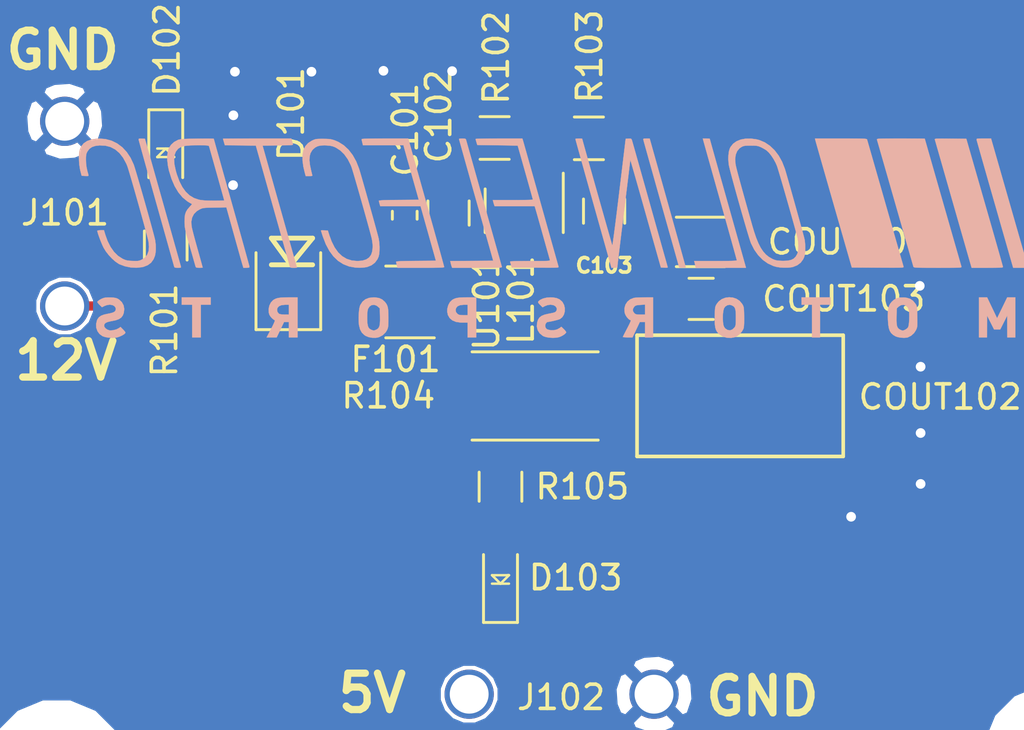
<source format=kicad_pcb>
(kicad_pcb (version 20171130) (host pcbnew 5.0.2-bee76a0~70~ubuntu18.04.1)

  (general
    (thickness 1.6)
    (drawings 4)
    (tracks 107)
    (zones 0)
    (modules 20)
    (nets 12)
  )

  (page A4)
  (layers
    (0 F.Cu signal)
    (31 B.Cu signal hide)
    (32 B.Adhes user)
    (33 F.Adhes user)
    (34 B.Paste user)
    (35 F.Paste user)
    (36 B.SilkS user hide)
    (37 F.SilkS user)
    (38 B.Mask user)
    (39 F.Mask user)
    (40 Dwgs.User user)
    (41 Cmts.User user)
    (42 Eco1.User user)
    (43 Eco2.User user)
    (44 Edge.Cuts user)
    (45 Margin user)
    (46 B.CrtYd user)
    (47 F.CrtYd user)
    (48 B.Fab user)
    (49 F.Fab user)
  )

  (setup
    (last_trace_width 0.1524)
    (user_trace_width 0.254)
    (user_trace_width 0.381)
    (trace_clearance 0.1524)
    (zone_clearance 0.1524)
    (zone_45_only no)
    (trace_min 0.1524)
    (segment_width 0.2)
    (edge_width 0.15)
    (via_size 0.6096)
    (via_drill 0.3048)
    (via_min_size 0.1524)
    (via_min_drill 0.3048)
    (uvia_size 0.3)
    (uvia_drill 0.1)
    (uvias_allowed no)
    (uvia_min_size 0.2)
    (uvia_min_drill 0.1)
    (pcb_text_width 0.3)
    (pcb_text_size 1.5 1.5)
    (mod_edge_width 0.15)
    (mod_text_size 1 1)
    (mod_text_width 0.15)
    (pad_size 1.524 1.524)
    (pad_drill 0.762)
    (pad_to_mask_clearance 0.051)
    (solder_mask_min_width 0.25)
    (aux_axis_origin 0 0)
    (visible_elements FFFFFF7F)
    (pcbplotparams
      (layerselection 0x010fc_ffffffff)
      (usegerberextensions false)
      (usegerberattributes false)
      (usegerberadvancedattributes false)
      (creategerberjobfile false)
      (excludeedgelayer true)
      (linewidth 0.100000)
      (plotframeref false)
      (viasonmask false)
      (mode 1)
      (useauxorigin false)
      (hpglpennumber 1)
      (hpglpenspeed 20)
      (hpglpendiameter 15.000000)
      (psnegative false)
      (psa4output false)
      (plotreference true)
      (plotvalue true)
      (plotinvisibletext false)
      (padsonsilk false)
      (subtractmaskfromsilk false)
      (outputformat 1)
      (mirror false)
      (drillshape 0)
      (scaleselection 1)
      (outputdirectory "2_26_2019/"))
  )

  (net 0 "")
  (net 1 GND)
  (net 2 /5V)
  (net 3 /12V)
  (net 4 VCC)
  (net 5 "Net-(C101-Pad1)")
  (net 6 "Net-(C103-Pad2)")
  (net 7 "Net-(C103-Pad1)")
  (net 8 "Net-(COUT101-Pad1)")
  (net 9 "Net-(D102-Pad2)")
  (net 10 "Net-(D103-Pad2)")
  (net 11 "Net-(R102-Pad1)")

  (net_class Default "This is the default net class."
    (clearance 0.1524)
    (trace_width 0.1524)
    (via_dia 0.6096)
    (via_drill 0.3048)
    (uvia_dia 0.3)
    (uvia_drill 0.1)
    (add_net /12V)
    (add_net /5V)
    (add_net GND)
    (add_net "Net-(C101-Pad1)")
    (add_net "Net-(C103-Pad1)")
    (add_net "Net-(C103-Pad2)")
    (add_net "Net-(COUT101-Pad1)")
    (add_net "Net-(D102-Pad2)")
    (add_net "Net-(D103-Pad2)")
    (add_net "Net-(R102-Pad1)")
    (add_net VCC)
  )

  (module footprints:Fuse_1812 (layer F.Cu) (tedit 5C998166) (tstamp 5C6E3B8B)
    (at 132.8293 109.601)
    (path /5C08921B)
    (fp_text reference COUT102 (at 10.9957 0.049) (layer F.SilkS)
      (effects (font (size 1 1) (thickness 0.15)))
    )
    (fp_text value C_33uF (at 3 3.5) (layer F.Fab) hide
      (effects (font (size 1 1) (thickness 0.15)))
    )
    (fp_line (start -1.5 2.5) (end -1.5 -2.5) (layer F.SilkS) (width 0.15))
    (fp_line (start 7 2.5) (end -1.5 2.5) (layer F.SilkS) (width 0.15))
    (fp_line (start 7 -2.5) (end 7 2.5) (layer F.SilkS) (width 0.15))
    (fp_line (start -1.5 -2.5) (end 7 -2.5) (layer F.SilkS) (width 0.15))
    (pad 1 smd rect (at 0 0) (size 1.78 3.5) (layers F.Cu F.Paste F.Mask)
      (net 8 "Net-(COUT101-Pad1)"))
    (pad 2 smd rect (at 5.28 0) (size 1.78 3.5) (layers F.Cu F.Paste F.Mask)
      (net 1 GND))
  )

  (module footprints:2-pin-throughhole-conn (layer F.Cu) (tedit 5C998102) (tstamp 5C6E7760)
    (at 107.7341 98.27514 270)
    (descr "Fuse, TE5, Littlefuse/Wickmann, No. 460, No560,")
    (tags "Fuse TE5 Littlefuse/Wickmann No. 460 No560 ")
    (path /5C631732)
    (fp_text reference J101 (at 3.77486 -0.0159) (layer F.SilkS)
      (effects (font (size 1 1) (thickness 0.15)))
    )
    (fp_text value Conn_01x02_Female (at 2.35 3.1 270) (layer F.Fab) hide
      (effects (font (size 1 1) (thickness 0.15)))
    )
    (pad 2 thru_hole circle (at 7.62 0 270) (size 2.032 2.032) (drill 1.602) (layers *.Cu *.Mask)
      (net 3 /12V))
    (pad 1 thru_hole circle (at 0 0 270) (size 2.032 2.032) (drill 1.602) (layers *.Cu *.Mask)
      (net 1 GND))
  )

  (module footprints:2-pin-throughhole-conn (layer F.Cu) (tedit 5C99816E) (tstamp 5C6E7A86)
    (at 132.0292 121.90984 180)
    (descr "Fuse, TE5, Littlefuse/Wickmann, No. 460, No560,")
    (tags "Fuse TE5 Littlefuse/Wickmann No. 460 No560 ")
    (path /5C634A77)
    (fp_text reference J102 (at 3.83 -0.13 180) (layer F.SilkS)
      (effects (font (size 1 1) (thickness 0.15)))
    )
    (fp_text value Conn_01x02_Female (at 2.35 3.1 180) (layer F.Fab) hide
      (effects (font (size 1 1) (thickness 0.15)))
    )
    (pad 2 thru_hole circle (at 7.62 0 180) (size 2.032 2.032) (drill 1.602) (layers *.Cu *.Mask)
      (net 2 /5V))
    (pad 1 thru_hole circle (at 0 0 180) (size 2.032 2.032) (drill 1.602) (layers *.Cu *.Mask)
      (net 1 GND))
  )

  (module footprints:C_0805_OEM (layer F.Cu) (tedit 5C998C0E) (tstamp 5C17D639)
    (at 129.9718 101.981 90)
    (descr "Capacitor SMD 0805, reflow soldering, AVX (see smccp.pdf)")
    (tags "capacitor 0805")
    (path /5BEE239B)
    (attr smd)
    (fp_text reference C103 (at -2.244 0.0032) (layer F.SilkS)
      (effects (font (size 0.6 0.6) (thickness 0.15)))
    )
    (fp_text value C_0.1uF (at 0 1.75 90) (layer F.Fab) hide
      (effects (font (size 1 1) (thickness 0.15)))
    )
    (fp_line (start 1.75 0.87) (end -1.75 0.87) (layer F.CrtYd) (width 0.05))
    (fp_line (start 1.75 0.87) (end 1.75 -0.88) (layer F.CrtYd) (width 0.05))
    (fp_line (start -1.75 -0.88) (end -1.75 0.87) (layer F.CrtYd) (width 0.05))
    (fp_line (start -1.75 -0.88) (end 1.75 -0.88) (layer F.CrtYd) (width 0.05))
    (fp_line (start -0.5 0.85) (end 0.5 0.85) (layer F.SilkS) (width 0.12))
    (fp_line (start 0.5 -0.85) (end -0.5 -0.85) (layer F.SilkS) (width 0.12))
    (fp_line (start -1 -0.62) (end 1 -0.62) (layer F.Fab) (width 0.1))
    (fp_line (start 1 -0.62) (end 1 0.62) (layer F.Fab) (width 0.1))
    (fp_line (start 1 0.62) (end -1 0.62) (layer F.Fab) (width 0.1))
    (fp_line (start -1 0.62) (end -1 -0.62) (layer F.Fab) (width 0.1))
    (pad 2 smd rect (at 1 0 90) (size 1 1.25) (layers F.Cu F.Paste F.Mask)
      (net 6 "Net-(C103-Pad2)"))
    (pad 1 smd rect (at -1 0 90) (size 1 1.25) (layers F.Cu F.Paste F.Mask)
      (net 7 "Net-(C103-Pad1)"))
    (model /home/josh/Formula/OEM_Preferred_Parts/3DModels/C_0805_OEM/C_0805.wrl
      (at (xyz 0 0 0))
      (scale (xyz 1 1 1))
      (rotate (xyz 0 0 0))
    )
  )

  (module footprints:C_0805_OEM (layer F.Cu) (tedit 5C99813F) (tstamp 5C17D649)
    (at 123.5583 102.0605 90)
    (descr "Capacitor SMD 0805, reflow soldering, AVX (see smccp.pdf)")
    (tags "capacitor 0805")
    (path /5BEE2647)
    (attr smd)
    (fp_text reference C102 (at 3.9855 -0.4083 270) (layer F.SilkS)
      (effects (font (size 1 1) (thickness 0.15)))
    )
    (fp_text value C_2.2uF (at 0 1.75 90) (layer F.Fab) hide
      (effects (font (size 1 1) (thickness 0.15)))
    )
    (fp_line (start -1 0.62) (end -1 -0.62) (layer F.Fab) (width 0.1))
    (fp_line (start 1 0.62) (end -1 0.62) (layer F.Fab) (width 0.1))
    (fp_line (start 1 -0.62) (end 1 0.62) (layer F.Fab) (width 0.1))
    (fp_line (start -1 -0.62) (end 1 -0.62) (layer F.Fab) (width 0.1))
    (fp_line (start 0.5 -0.85) (end -0.5 -0.85) (layer F.SilkS) (width 0.12))
    (fp_line (start -0.5 0.85) (end 0.5 0.85) (layer F.SilkS) (width 0.12))
    (fp_line (start -1.75 -0.88) (end 1.75 -0.88) (layer F.CrtYd) (width 0.05))
    (fp_line (start -1.75 -0.88) (end -1.75 0.87) (layer F.CrtYd) (width 0.05))
    (fp_line (start 1.75 0.87) (end 1.75 -0.88) (layer F.CrtYd) (width 0.05))
    (fp_line (start 1.75 0.87) (end -1.75 0.87) (layer F.CrtYd) (width 0.05))
    (pad 1 smd rect (at -1 0 90) (size 1 1.25) (layers F.Cu F.Paste F.Mask)
      (net 5 "Net-(C101-Pad1)"))
    (pad 2 smd rect (at 1 0 90) (size 1 1.25) (layers F.Cu F.Paste F.Mask)
      (net 1 GND))
    (model /home/josh/Formula/OEM_Preferred_Parts/3DModels/C_0805_OEM/C_0805.wrl
      (at (xyz 0 0 0))
      (scale (xyz 1 1 1))
      (rotate (xyz 0 0 0))
    )
  )

  (module footprints:C_0603_1608Metric (layer F.Cu) (tedit 5C998C0B) (tstamp 5C4FC33D)
    (at 121.75236 102.15118 90)
    (descr "Capacitor SMD 0603 (1608 Metric), square (rectangular) end terminal, IPC_7351 nominal, (Body size source: http://www.tortai-tech.com/upload/download/2011102023233369053.pdf), generated with kicad-footprint-generator")
    (tags capacitor)
    (path /5BEE2923)
    (attr smd)
    (fp_text reference C101 (at 3.52618 0.02264 270) (layer F.SilkS)
      (effects (font (size 1 1) (thickness 0.15)))
    )
    (fp_text value C_0.1uF (at 0.0125 2.21 90) (layer F.Fab) hide
      (effects (font (size 1 1) (thickness 0.15)))
    )
    (fp_line (start -0.8 0.4) (end -0.8 -0.4) (layer F.Fab) (width 0.1))
    (fp_line (start -0.8 -0.4) (end 0.8 -0.4) (layer F.Fab) (width 0.1))
    (fp_line (start 0.8 -0.4) (end 0.8 0.4) (layer F.Fab) (width 0.1))
    (fp_line (start 0.8 0.4) (end -0.8 0.4) (layer F.Fab) (width 0.1))
    (fp_line (start -0.162779 -0.51) (end 0.162779 -0.51) (layer F.SilkS) (width 0.12))
    (fp_line (start -0.162779 0.51) (end 0.162779 0.51) (layer F.SilkS) (width 0.12))
    (fp_line (start -1.48 0.73) (end -1.48 -0.73) (layer F.CrtYd) (width 0.05))
    (fp_line (start -1.48 -0.73) (end 1.48 -0.73) (layer F.CrtYd) (width 0.05))
    (fp_line (start 1.48 -0.73) (end 1.48 0.73) (layer F.CrtYd) (width 0.05))
    (fp_line (start 1.48 0.73) (end -1.48 0.73) (layer F.CrtYd) (width 0.05))
    (fp_text user %R (at 3.175 -1.524 90) (layer F.Fab) hide
      (effects (font (size 0.4 0.4) (thickness 0.06)))
    )
    (pad 1 smd roundrect (at -0.7875 0 90) (size 0.875 0.95) (layers F.Cu F.Paste F.Mask) (roundrect_rratio 0.25)
      (net 5 "Net-(C101-Pad1)"))
    (pad 2 smd roundrect (at 0.7875 0 90) (size 0.875 0.95) (layers F.Cu F.Paste F.Mask) (roundrect_rratio 0.25)
      (net 1 GND))
    (model ${KISYS3DMOD}/Capacitor_SMD.3dshapes/C_0603_1608Metric.wrl
      (at (xyz 0 0 0))
      (scale (xyz 1 1 1))
      (rotate (xyz 0 0 0))
    )
  )

  (module footprints:Fuse_1210 (layer F.Cu) (tedit 5C9980A5) (tstamp 5C17D6C7)
    (at 121.9708 105.7275 180)
    (descr "Resistor SMD 1210, reflow soldering, Vishay (see dcrcw.pdf)")
    (tags "resistor 1210")
    (path /5C0BFA29)
    (attr smd)
    (fp_text reference F101 (at 0.5958 -2.3725 180) (layer F.SilkS)
      (effects (font (size 1 1) (thickness 0.15)))
    )
    (fp_text value F_500mA_16V (at 0 2.4 180) (layer F.Fab) hide
      (effects (font (size 1 1) (thickness 0.15)))
    )
    (fp_line (start 2.15 1.5) (end -2.15 1.5) (layer F.CrtYd) (width 0.05))
    (fp_line (start 2.15 1.5) (end 2.15 -1.5) (layer F.CrtYd) (width 0.05))
    (fp_line (start -2.15 -1.5) (end -2.15 1.5) (layer F.CrtYd) (width 0.05))
    (fp_line (start -2.15 -1.5) (end 2.15 -1.5) (layer F.CrtYd) (width 0.05))
    (fp_line (start -1 -1.48) (end 1 -1.48) (layer F.SilkS) (width 0.12))
    (fp_line (start 1 1.48) (end -1 1.48) (layer F.SilkS) (width 0.12))
    (fp_line (start -1.6 -1.25) (end 1.6 -1.25) (layer F.Fab) (width 0.1))
    (fp_line (start 1.6 -1.25) (end 1.6 1.25) (layer F.Fab) (width 0.1))
    (fp_line (start 1.6 1.25) (end -1.6 1.25) (layer F.Fab) (width 0.1))
    (fp_line (start -1.6 1.25) (end -1.6 -1.25) (layer F.Fab) (width 0.1))
    (pad 2 smd rect (at 1.45 0 180) (size 0.9 2.5) (layers F.Cu F.Paste F.Mask)
      (net 3 /12V))
    (pad 1 smd rect (at -1.45 0 180) (size 0.9 2.5) (layers F.Cu F.Paste F.Mask)
      (net 5 "Net-(C101-Pad1)"))
    (model /home/josh/Formula/OEM_Preferred_Parts/3DModels/Fuse_1210_OEM/Fuse1210.wrl
      (at (xyz 0 0 0))
      (scale (xyz 1 1 1))
      (rotate (xyz 0 0 0))
    )
  )

  (module footprints:L_100uH (layer F.Cu) (tedit 5C998093) (tstamp 5C99856F)
    (at 129.4767 105.66654)
    (path /5BEE27A2)
    (attr smd)
    (fp_text reference L101 (at -2.9267 -0.01654 270) (layer F.SilkS)
      (effects (font (size 1 1) (thickness 0.15)))
    )
    (fp_text value L_100uH (at -0.2 -4) (layer F.Fab) hide
      (effects (font (size 1 1) (thickness 0.15)))
    )
    (pad 1 smd rect (at -1.6 0) (size 1.2 2) (layers F.Cu F.Paste F.Mask)
      (net 7 "Net-(C103-Pad1)"))
    (pad 2 smd rect (at 1.6 0) (size 1.2 2) (layers F.Cu F.Paste F.Mask)
      (net 8 "Net-(COUT101-Pad1)"))
  )

  (module footprints:R_0805_OEM (layer F.Cu) (tedit 5C998C32) (tstamp 5C17D6DD)
    (at 129.34442 98.97872 180)
    (descr "Resistor SMD 0805, reflow soldering, Vishay (see dcrcw.pdf)")
    (tags "resistor 0805")
    (path /5BEE2A52)
    (attr smd)
    (fp_text reference R103 (at -0.03058 3.37872 270) (layer F.SilkS)
      (effects (font (size 1 1) (thickness 0.15)))
    )
    (fp_text value R_100K (at 0 1.75 180) (layer F.Fab) hide
      (effects (font (size 1 1) (thickness 0.15)))
    )
    (fp_line (start -1 0.62) (end -1 -0.62) (layer F.Fab) (width 0.1))
    (fp_line (start 1 0.62) (end -1 0.62) (layer F.Fab) (width 0.1))
    (fp_line (start 1 -0.62) (end 1 0.62) (layer F.Fab) (width 0.1))
    (fp_line (start -1 -0.62) (end 1 -0.62) (layer F.Fab) (width 0.1))
    (fp_line (start 0.6 0.88) (end -0.6 0.88) (layer F.SilkS) (width 0.12))
    (fp_line (start -0.6 -0.88) (end 0.6 -0.88) (layer F.SilkS) (width 0.12))
    (fp_line (start -1.55 -0.9) (end 1.55 -0.9) (layer F.CrtYd) (width 0.05))
    (fp_line (start -1.55 -0.9) (end -1.55 0.9) (layer F.CrtYd) (width 0.05))
    (fp_line (start 1.55 0.9) (end 1.55 -0.9) (layer F.CrtYd) (width 0.05))
    (fp_line (start 1.55 0.9) (end -1.55 0.9) (layer F.CrtYd) (width 0.05))
    (pad 1 smd rect (at -0.95 0 180) (size 0.7 1.3) (layers F.Cu F.Paste F.Mask)
      (net 8 "Net-(COUT101-Pad1)"))
    (pad 2 smd rect (at 0.95 0 180) (size 0.7 1.3) (layers F.Cu F.Paste F.Mask)
      (net 11 "Net-(R102-Pad1)"))
    (model "/home/josh/Formula/OEM_Preferred_Parts/3DModels/WRL Files/res0805.wrl"
      (at (xyz 0 0 0))
      (scale (xyz 1 1 1))
      (rotate (xyz 0 0 0))
    )
  )

  (module footprints:R_0805_OEM (layer F.Cu) (tedit 5C998142) (tstamp 5C4FC91B)
    (at 125.45822 98.96348 180)
    (descr "Resistor SMD 0805, reflow soldering, Vishay (see dcrcw.pdf)")
    (tags "resistor 0805")
    (path /5C0B315C)
    (attr smd)
    (fp_text reference R102 (at -0.06678 3.31348 270) (layer F.SilkS)
      (effects (font (size 1 1) (thickness 0.15)))
    )
    (fp_text value R_25K (at 0 1.75 180) (layer F.Fab) hide
      (effects (font (size 1 1) (thickness 0.15)))
    )
    (fp_line (start 1.55 0.9) (end -1.55 0.9) (layer F.CrtYd) (width 0.05))
    (fp_line (start 1.55 0.9) (end 1.55 -0.9) (layer F.CrtYd) (width 0.05))
    (fp_line (start -1.55 -0.9) (end -1.55 0.9) (layer F.CrtYd) (width 0.05))
    (fp_line (start -1.55 -0.9) (end 1.55 -0.9) (layer F.CrtYd) (width 0.05))
    (fp_line (start -0.6 -0.88) (end 0.6 -0.88) (layer F.SilkS) (width 0.12))
    (fp_line (start 0.6 0.88) (end -0.6 0.88) (layer F.SilkS) (width 0.12))
    (fp_line (start -1 -0.62) (end 1 -0.62) (layer F.Fab) (width 0.1))
    (fp_line (start 1 -0.62) (end 1 0.62) (layer F.Fab) (width 0.1))
    (fp_line (start 1 0.62) (end -1 0.62) (layer F.Fab) (width 0.1))
    (fp_line (start -1 0.62) (end -1 -0.62) (layer F.Fab) (width 0.1))
    (pad 2 smd rect (at 0.95 0 180) (size 0.7 1.3) (layers F.Cu F.Paste F.Mask)
      (net 1 GND))
    (pad 1 smd rect (at -0.95 0 180) (size 0.7 1.3) (layers F.Cu F.Paste F.Mask)
      (net 11 "Net-(R102-Pad1)"))
    (model "/home/josh/Formula/OEM_Preferred_Parts/3DModels/WRL Files/res0805.wrl"
      (at (xyz 0 0 0))
      (scale (xyz 1 1 1))
      (rotate (xyz 0 0 0))
    )
  )

  (module footprints:R_0805_OEM (layer F.Cu) (tedit 5C998BE3) (tstamp 5C4FC8EE)
    (at 125.7 113.35 270)
    (descr "Resistor SMD 0805, reflow soldering, Vishay (see dcrcw.pdf)")
    (tags "resistor 0805")
    (path /5C0C44F9)
    (attr smd)
    (fp_text reference R105 (at 0 -3.375) (layer F.SilkS)
      (effects (font (size 1 1) (thickness 0.15)))
    )
    (fp_text value R_200 (at 0 1.75 270) (layer F.Fab) hide
      (effects (font (size 1 1) (thickness 0.15)))
    )
    (fp_line (start -1 0.62) (end -1 -0.62) (layer F.Fab) (width 0.1))
    (fp_line (start 1 0.62) (end -1 0.62) (layer F.Fab) (width 0.1))
    (fp_line (start 1 -0.62) (end 1 0.62) (layer F.Fab) (width 0.1))
    (fp_line (start -1 -0.62) (end 1 -0.62) (layer F.Fab) (width 0.1))
    (fp_line (start 0.6 0.88) (end -0.6 0.88) (layer F.SilkS) (width 0.12))
    (fp_line (start -0.6 -0.88) (end 0.6 -0.88) (layer F.SilkS) (width 0.12))
    (fp_line (start -1.55 -0.9) (end 1.55 -0.9) (layer F.CrtYd) (width 0.05))
    (fp_line (start -1.55 -0.9) (end -1.55 0.9) (layer F.CrtYd) (width 0.05))
    (fp_line (start 1.55 0.9) (end 1.55 -0.9) (layer F.CrtYd) (width 0.05))
    (fp_line (start 1.55 0.9) (end -1.55 0.9) (layer F.CrtYd) (width 0.05))
    (pad 1 smd rect (at -0.95 0 270) (size 0.7 1.3) (layers F.Cu F.Paste F.Mask)
      (net 4 VCC))
    (pad 2 smd rect (at 0.95 0 270) (size 0.7 1.3) (layers F.Cu F.Paste F.Mask)
      (net 10 "Net-(D103-Pad2)"))
    (model "/home/josh/Formula/OEM_Preferred_Parts/3DModels/WRL Files/res0805.wrl"
      (at (xyz 0 0 0))
      (scale (xyz 1 1 1))
      (rotate (xyz 0 0 0))
    )
  )

  (module footprints:R_2512_OEM (layer F.Cu) (tedit 5C9980B9) (tstamp 5C17D70D)
    (at 127.1282 109.60608 180)
    (descr "Resistor SMD 2512, reflow soldering, Vishay (see dcrcw.pdf)")
    (tags "resistor 2512")
    (path /5C0C29A9)
    (attr smd)
    (fp_text reference R104 (at 6.0532 0.00608 180) (layer F.SilkS)
      (effects (font (size 1 1) (thickness 0.15)))
    )
    (fp_text value R_0_2512 (at 0 2.75 180) (layer F.Fab) hide
      (effects (font (size 1 1) (thickness 0.15)))
    )
    (fp_line (start -3.15 1.6) (end -3.15 -1.6) (layer F.Fab) (width 0.1))
    (fp_line (start 3.15 1.6) (end -3.15 1.6) (layer F.Fab) (width 0.1))
    (fp_line (start 3.15 -1.6) (end 3.15 1.6) (layer F.Fab) (width 0.1))
    (fp_line (start -3.15 -1.6) (end 3.15 -1.6) (layer F.Fab) (width 0.1))
    (fp_line (start 2.6 1.82) (end -2.6 1.82) (layer F.SilkS) (width 0.12))
    (fp_line (start -2.6 -1.82) (end 2.6 -1.82) (layer F.SilkS) (width 0.12))
    (fp_line (start -3.85 -1.85) (end 3.85 -1.85) (layer F.CrtYd) (width 0.05))
    (fp_line (start -3.85 -1.85) (end -3.85 1.85) (layer F.CrtYd) (width 0.05))
    (fp_line (start 3.85 1.85) (end 3.85 -1.85) (layer F.CrtYd) (width 0.05))
    (fp_line (start 3.85 1.85) (end -3.85 1.85) (layer F.CrtYd) (width 0.05))
    (pad 1 smd rect (at -3.1 0 180) (size 1 3.2) (layers F.Cu F.Paste F.Mask)
      (net 8 "Net-(COUT101-Pad1)"))
    (pad 2 smd rect (at 3.1 0 180) (size 1 3.2) (layers F.Cu F.Paste F.Mask)
      (net 4 VCC))
    (model ${KISYS3DMOD}/Resistors_SMD.3dshapes/R_2512.wrl
      (at (xyz 0 0 0))
      (scale (xyz 1 1 1))
      (rotate (xyz 0 0 0))
    )
  )

  (module footprints:SOT-23-6_OEM (layer F.Cu) (tedit 5C99808C) (tstamp 5C17D722)
    (at 126.6776 101.9658 270)
    (descr "6-pin SOT-23 package")
    (tags SOT-23-6)
    (path /5C75D405)
    (attr smd)
    (fp_text reference U101 (at 3.8092 1.5526 270) (layer F.SilkS)
      (effects (font (size 1 1) (thickness 0.15)))
    )
    (fp_text value TPS560430YF (at 0 2.9 270) (layer F.Fab) hide
      (effects (font (size 1 1) (thickness 0.15)))
    )
    (fp_line (start -0.9 1.61) (end 0.9 1.61) (layer F.SilkS) (width 0.12))
    (fp_line (start 0.9 -1.61) (end -1.55 -1.61) (layer F.SilkS) (width 0.12))
    (fp_line (start 1.9 -1.8) (end -1.9 -1.8) (layer F.CrtYd) (width 0.05))
    (fp_line (start 1.9 1.8) (end 1.9 -1.8) (layer F.CrtYd) (width 0.05))
    (fp_line (start -1.9 1.8) (end 1.9 1.8) (layer F.CrtYd) (width 0.05))
    (fp_line (start -1.9 -1.8) (end -1.9 1.8) (layer F.CrtYd) (width 0.05))
    (fp_line (start -0.9 -0.9) (end -0.25 -1.55) (layer F.Fab) (width 0.1))
    (fp_line (start 0.9 -1.55) (end -0.25 -1.55) (layer F.Fab) (width 0.1))
    (fp_line (start -0.9 -0.9) (end -0.9 1.55) (layer F.Fab) (width 0.1))
    (fp_line (start 0.9 1.55) (end -0.9 1.55) (layer F.Fab) (width 0.1))
    (fp_line (start 0.9 -1.55) (end 0.9 1.55) (layer F.Fab) (width 0.1))
    (pad 1 smd rect (at -1.1 -0.95 270) (size 1.06 0.65) (layers F.Cu F.Paste F.Mask)
      (net 6 "Net-(C103-Pad2)"))
    (pad 2 smd rect (at -1.1 0 270) (size 1.06 0.65) (layers F.Cu F.Paste F.Mask)
      (net 1 GND))
    (pad 3 smd rect (at -1.1 0.95 270) (size 1.06 0.65) (layers F.Cu F.Paste F.Mask)
      (net 11 "Net-(R102-Pad1)"))
    (pad 4 smd rect (at 1.1 0.95 270) (size 1.06 0.65) (layers F.Cu F.Paste F.Mask)
      (net 5 "Net-(C101-Pad1)"))
    (pad 6 smd rect (at 1.1 -0.95 270) (size 1.06 0.65) (layers F.Cu F.Paste F.Mask)
      (net 7 "Net-(C103-Pad1)"))
    (pad 5 smd rect (at 1.1 0 270) (size 1.06 0.65) (layers F.Cu F.Paste F.Mask)
      (net 5 "Net-(C101-Pad1)"))
    (model ${KISYS3DMOD}/TO_SOT_Packages_SMD.3dshapes/SOT-23-6.wrl
      (at (xyz 0 0 0))
      (scale (xyz 1 1 1))
      (rotate (xyz 0 0 0))
    )
  )

  (module footprints:C_1206_OEM (layer F.Cu) (tedit 5C99815D) (tstamp 5C6E9423)
    (at 133.9483 103.251)
    (descr "Capacitor SMD 1206, reflow soldering, AVX (see smccp.pdf)")
    (tags "capacitor 1206")
    (path /5C061BB4)
    (attr smd)
    (fp_text reference COUT101 (at 6.1267 -0.001) (layer F.SilkS)
      (effects (font (size 1 1) (thickness 0.15)))
    )
    (fp_text value C_22uF (at 0 2) (layer F.Fab) hide
      (effects (font (size 1 1) (thickness 0.15)))
    )
    (fp_line (start -1.6 0.8) (end -1.6 -0.8) (layer F.Fab) (width 0.1))
    (fp_line (start 1.6 0.8) (end -1.6 0.8) (layer F.Fab) (width 0.1))
    (fp_line (start 1.6 -0.8) (end 1.6 0.8) (layer F.Fab) (width 0.1))
    (fp_line (start -1.6 -0.8) (end 1.6 -0.8) (layer F.Fab) (width 0.1))
    (fp_line (start 1 -1.02) (end -1 -1.02) (layer F.SilkS) (width 0.12))
    (fp_line (start -1 1.02) (end 1 1.02) (layer F.SilkS) (width 0.12))
    (fp_line (start -2.25 -1.05) (end 2.25 -1.05) (layer F.CrtYd) (width 0.05))
    (fp_line (start -2.25 -1.05) (end -2.25 1.05) (layer F.CrtYd) (width 0.05))
    (fp_line (start 2.25 1.05) (end 2.25 -1.05) (layer F.CrtYd) (width 0.05))
    (fp_line (start 2.25 1.05) (end -2.25 1.05) (layer F.CrtYd) (width 0.05))
    (pad 1 smd rect (at -1.5 0) (size 1 1.6) (layers F.Cu F.Paste F.Mask)
      (net 8 "Net-(COUT101-Pad1)"))
    (pad 2 smd rect (at 1.5 0) (size 1 1.6) (layers F.Cu F.Paste F.Mask)
      (net 1 GND))
    (model Capacitors_SMD.3dshapes/C_1206.wrl
      (at (xyz 0 0 0))
      (scale (xyz 1 1 1))
      (rotate (xyz 0 0 0))
    )
  )

  (module footprints:C_0805_OEM (layer F.Cu) (tedit 5C998161) (tstamp 5C6E3B9B)
    (at 133.9723 105.6005)
    (descr "Capacitor SMD 0805, reflow soldering, AVX (see smccp.pdf)")
    (tags "capacitor 0805")
    (path /5C062E7A)
    (attr smd)
    (fp_text reference COUT103 (at 5.8777 -0.0005) (layer F.SilkS)
      (effects (font (size 1 1) (thickness 0.15)))
    )
    (fp_text value C_47uF (at 0 1.75) (layer F.Fab) hide
      (effects (font (size 1 1) (thickness 0.15)))
    )
    (fp_line (start -1 0.62) (end -1 -0.62) (layer F.Fab) (width 0.1))
    (fp_line (start 1 0.62) (end -1 0.62) (layer F.Fab) (width 0.1))
    (fp_line (start 1 -0.62) (end 1 0.62) (layer F.Fab) (width 0.1))
    (fp_line (start -1 -0.62) (end 1 -0.62) (layer F.Fab) (width 0.1))
    (fp_line (start 0.5 -0.85) (end -0.5 -0.85) (layer F.SilkS) (width 0.12))
    (fp_line (start -0.5 0.85) (end 0.5 0.85) (layer F.SilkS) (width 0.12))
    (fp_line (start -1.75 -0.88) (end 1.75 -0.88) (layer F.CrtYd) (width 0.05))
    (fp_line (start -1.75 -0.88) (end -1.75 0.87) (layer F.CrtYd) (width 0.05))
    (fp_line (start 1.75 0.87) (end 1.75 -0.88) (layer F.CrtYd) (width 0.05))
    (fp_line (start 1.75 0.87) (end -1.75 0.87) (layer F.CrtYd) (width 0.05))
    (pad 1 smd rect (at -1 0) (size 1 1.25) (layers F.Cu F.Paste F.Mask)
      (net 8 "Net-(COUT101-Pad1)"))
    (pad 2 smd rect (at 1 0) (size 1 1.25) (layers F.Cu F.Paste F.Mask)
      (net 1 GND))
    (model /home/josh/Formula/OEM_Preferred_Parts/3DModels/C_0805_OEM/C_0805.wrl
      (at (xyz 0 0 0))
      (scale (xyz 1 1 1))
      (rotate (xyz 0 0 0))
    )
    (model ${LOCAL_DIR}/OEM_Preferred_Parts/3DModels/C_0805_OEM/C_0805.step
      (at (xyz 0 0 0))
      (scale (xyz 1 1 1))
      (rotate (xyz 0 0 0))
    )
  )

  (module footprints:DO-214AA (layer F.Cu) (tedit 5C998738) (tstamp 5C6E3BE3)
    (at 116.9543 103.6955 90)
    (descr "http://www.diodes.com/datasheets/ap02001.pdf p.144")
    (tags "Diode SOD523")
    (path /5C623D49)
    (attr smd)
    (fp_text reference D101 (at 5.7205 0.1207 270) (layer F.SilkS)
      (effects (font (size 1 1) (thickness 0.15)))
    )
    (fp_text value D_Zener_18V (at 0 2.286 90) (layer F.Fab) hide
      (effects (font (size 1 1) (thickness 0.15)))
    )
    (fp_line (start 0.6 1) (end -0.5 0.1) (layer F.SilkS) (width 0.2))
    (fp_line (start 0.6 -0.7) (end 0.6 1) (layer F.SilkS) (width 0.2))
    (fp_line (start -0.5 0.1) (end 0.6 -0.7) (layer F.SilkS) (width 0.2))
    (fp_line (start -0.5 -0.7) (end -0.5 1) (layer F.SilkS) (width 0.2))
    (fp_line (start -3.175 -1.3335) (end -3.175 1.3335) (layer F.SilkS) (width 0.12))
    (fp_line (start 3.302 -1.4605) (end 3.302 1.4605) (layer F.CrtYd) (width 0.05))
    (fp_line (start -3.302 -1.4605) (end 3.302 -1.4605) (layer F.CrtYd) (width 0.05))
    (fp_line (start -3.302 -1.4605) (end -3.302 1.4605) (layer F.CrtYd) (width 0.05))
    (fp_line (start -3.302 1.4605) (end 3.302 1.4605) (layer F.CrtYd) (width 0.05))
    (fp_line (start 2.3749 -1.9685) (end 2.3749 1.9685) (layer F.Fab) (width 0.1))
    (fp_line (start -2.3749 -1.9685) (end 2.3749 -1.9685) (layer F.Fab) (width 0.1))
    (fp_line (start -2.3749 -1.9685) (end -2.3749 1.9685) (layer F.Fab) (width 0.1))
    (fp_line (start 2.3749 1.9685) (end -2.3749 1.9685) (layer F.Fab) (width 0.1))
    (fp_line (start -3.175 1.3335) (end 0 1.3335) (layer F.SilkS) (width 0.12))
    (fp_line (start -3.175 -1.3335) (end 0 -1.3335) (layer F.SilkS) (width 0.12))
    (pad 2 smd rect (at 2.032 0 270) (size 1.778 2.159) (layers F.Cu F.Paste F.Mask)
      (net 1 GND))
    (pad 1 smd rect (at -2.032 0 270) (size 1.778 2.159) (layers F.Cu F.Paste F.Mask)
      (net 3 /12V))
    (model /home/josh/Formula/OEM_Preferred_Parts/3DModels/DO_214AA_OEM/DO_214AA.wrl
      (at (xyz 0 0 0))
      (scale (xyz 1 1 1))
      (rotate (xyz 0 0 0))
    )
  )

  (module footprints:LED_0805_OEM (layer F.Cu) (tedit 5C998BE8) (tstamp 5C6E6262)
    (at 125.7 117.15 90)
    (descr "LED 0805 smd package")
    (tags "LED led 0805 SMD smd SMT smt smdled SMDLED smtled SMTLED")
    (path /5C0C344A)
    (attr smd)
    (fp_text reference D103 (at 0.05 3.1 180) (layer F.SilkS)
      (effects (font (size 1 1) (thickness 0.15)))
    )
    (fp_text value LED_0805 (at 0.508 2.032 90) (layer F.Fab) hide
      (effects (font (size 1 1) (thickness 0.15)))
    )
    (fp_line (start -0.2 0.35) (end -0.2 0) (layer F.SilkS) (width 0.1))
    (fp_line (start -0.2 0) (end -0.2 -0.35) (layer F.SilkS) (width 0.1))
    (fp_line (start 0.15 0.35) (end -0.2 0) (layer F.SilkS) (width 0.1))
    (fp_line (start 0.15 0.3) (end 0.15 0.35) (layer F.SilkS) (width 0.1))
    (fp_line (start 0.15 0.35) (end 0.15 0.3) (layer F.SilkS) (width 0.1))
    (fp_line (start 0.15 -0.35) (end 0.15 0.3) (layer F.SilkS) (width 0.1))
    (fp_line (start 0.1 -0.3) (end 0.15 -0.35) (layer F.SilkS) (width 0.1))
    (fp_line (start -0.2 0) (end 0.1 -0.3) (layer F.SilkS) (width 0.1))
    (fp_line (start -1.8 -0.7) (end -1.8 0.7) (layer F.SilkS) (width 0.12))
    (fp_line (start 1 0.6) (end -1 0.6) (layer F.Fab) (width 0.1))
    (fp_line (start 1 -0.6) (end 1 0.6) (layer F.Fab) (width 0.1))
    (fp_line (start -1 -0.6) (end 1 -0.6) (layer F.Fab) (width 0.1))
    (fp_line (start -1 0.6) (end -1 -0.6) (layer F.Fab) (width 0.1))
    (fp_line (start -1.8 0.7) (end 1 0.7) (layer F.SilkS) (width 0.12))
    (fp_line (start -1.8 -0.7) (end 1 -0.7) (layer F.SilkS) (width 0.12))
    (fp_line (start 1.95 -0.85) (end 1.95 0.85) (layer F.CrtYd) (width 0.05))
    (fp_line (start 1.95 0.85) (end -1.95 0.85) (layer F.CrtYd) (width 0.05))
    (fp_line (start -1.95 0.85) (end -1.95 -0.85) (layer F.CrtYd) (width 0.05))
    (fp_line (start -1.95 -0.85) (end 1.95 -0.85) (layer F.CrtYd) (width 0.05))
    (pad 2 smd rect (at 1.1 0 270) (size 1.2 1.2) (layers F.Cu F.Paste F.Mask)
      (net 10 "Net-(D103-Pad2)"))
    (pad 1 smd rect (at -1.1 0 270) (size 1.2 1.2) (layers F.Cu F.Paste F.Mask)
      (net 1 GND))
    (model "/home/josh/Formula/OEM_Preferred_Parts/3DModels/LED_0805/LED 0805 Base GREEN001_sp.wrl"
      (at (xyz 0 0 0))
      (scale (xyz 1 1 1))
      (rotate (xyz 0 0 180))
    )
    (model "${LOCAL_DIR}/OEM_Preferred_Parts/3DModels/LED_0805/LED 0805 Base GREEN001_sp.step"
      (at (xyz 0 0 0))
      (scale (xyz 1 1 1))
      (rotate (xyz 0 0 0))
    )
  )

  (module footprints:Logo_Large (layer B.Cu) (tedit 0) (tstamp 5C6E93E0)
    (at 127.9 103.1 180)
    (fp_text reference G*** (at 0 0 180) (layer B.SilkS) hide
      (effects (font (size 1.524 1.524) (thickness 0.3)) (justify mirror))
    )
    (fp_text value LOGO (at 0.75 0 180) (layer B.SilkS) hide
      (effects (font (size 1.524 1.524) (thickness 0.3)) (justify mirror))
    )
    (fp_poly (pts (xy 18.846075 4.107132) (xy 19.065319 4.073701) (xy 19.245128 4.00857) (xy 19.386053 3.911374)
      (xy 19.488644 3.781749) (xy 19.547339 3.641645) (xy 19.569425 3.520595) (xy 19.578482 3.365329)
      (xy 19.575075 3.190579) (xy 19.55977 3.011076) (xy 19.533133 2.841552) (xy 19.513326 2.7559)
      (xy 19.466072 2.5781) (xy 19.319402 2.570419) (xy 19.237351 2.567742) (xy 19.195339 2.57278)
      (xy 19.182819 2.588551) (xy 19.186227 2.608519) (xy 19.235407 2.788415) (xy 19.267007 2.940046)
      (xy 19.284069 3.081574) (xy 19.289602 3.2258) (xy 19.288823 3.345147) (xy 19.282719 3.428934)
      (xy 19.268636 3.492332) (xy 19.243922 3.550511) (xy 19.22748 3.581081) (xy 19.147841 3.687822)
      (xy 19.042984 3.762652) (xy 18.905946 3.809072) (xy 18.731219 3.830506) (xy 18.493234 3.820589)
      (xy 18.27688 3.764715) (xy 18.082151 3.662881) (xy 17.909041 3.515082) (xy 17.757545 3.321313)
      (xy 17.627654 3.081571) (xy 17.59221 2.998987) (xy 17.571635 2.940456) (xy 17.539354 2.83847)
      (xy 17.496933 2.698607) (xy 17.44594 2.526447) (xy 17.387942 2.327567) (xy 17.324506 2.107548)
      (xy 17.2572 1.871969) (xy 17.187592 1.626408) (xy 17.117248 1.376445) (xy 17.047736 1.127658)
      (xy 16.980623 0.885628) (xy 16.917477 0.655932) (xy 16.859866 0.444151) (xy 16.809355 0.255862)
      (xy 16.767514 0.096646) (xy 16.735909 -0.027919) (xy 16.716107 -0.112254) (xy 16.711263 -0.136761)
      (xy 16.690752 -0.351416) (xy 16.708412 -0.532897) (xy 16.76444 -0.681776) (xy 16.859038 -0.798628)
      (xy 16.9672 -0.871811) (xy 17.035191 -0.904765) (xy 17.093219 -0.925159) (xy 17.15634 -0.935394)
      (xy 17.239612 -0.937872) (xy 17.358091 -0.934995) (xy 17.36237 -0.93485) (xy 17.48747 -0.92889)
      (xy 17.579013 -0.918554) (xy 17.654235 -0.900127) (xy 17.730374 -0.869893) (xy 17.7855 -0.843639)
      (xy 17.966824 -0.726716) (xy 18.130835 -0.564279) (xy 18.275423 -0.359288) (xy 18.398476 -0.114701)
      (xy 18.491841 0.14605) (xy 18.546947 0.3302) (xy 18.684173 0.3302) (xy 18.759908 0.326336)
      (xy 18.809747 0.316384) (xy 18.8214 0.307091) (xy 18.811856 0.255933) (xy 18.786051 0.169673)
      (xy 18.748229 0.059691) (xy 18.70263 -0.062636) (xy 18.653497 -0.185929) (xy 18.605071 -0.29881)
      (xy 18.561594 -0.3899) (xy 18.561476 -0.390127) (xy 18.467911 -0.542712) (xy 18.348018 -0.696743)
      (xy 18.21261 -0.840996) (xy 18.072502 -0.96425) (xy 17.938507 -1.055282) (xy 17.902553 -1.073948)
      (xy 17.68491 -1.155256) (xy 17.449917 -1.203581) (xy 17.212714 -1.217322) (xy 16.98844 -1.194875)
      (xy 16.9164 -1.178335) (xy 16.742656 -1.110338) (xy 16.60644 -1.008624) (xy 16.505319 -0.870841)
      (xy 16.444757 -0.722333) (xy 16.420344 -0.596727) (xy 16.40997 -0.440211) (xy 16.413891 -0.270767)
      (xy 16.432364 -0.106382) (xy 16.435686 -0.087214) (xy 16.449784 -0.023892) (xy 16.476574 0.082556)
      (xy 16.514461 0.226506) (xy 16.561853 0.402333) (xy 16.617155 0.604413) (xy 16.678773 0.827123)
      (xy 16.745115 1.064837) (xy 16.814585 1.311932) (xy 16.885591 1.562783) (xy 16.956539 1.811766)
      (xy 17.025834 2.053258) (xy 17.091883 2.281633) (xy 17.153093 2.491268) (xy 17.207869 2.676538)
      (xy 17.254618 2.831819) (xy 17.291746 2.951488) (xy 17.31766 3.029919) (xy 17.32356 3.046005)
      (xy 17.45192 3.320441) (xy 17.609516 3.557101) (xy 17.793792 3.754203) (xy 18.002187 3.909964)
      (xy 18.232145 4.0226) (xy 18.481106 4.090329) (xy 18.746513 4.111367) (xy 18.846075 4.107132)) (layer B.SilkS) (width 0.01))
    (fp_poly (pts (xy 17.110144 4.100777) (xy 17.1196 4.081557) (xy 17.112847 4.05268) (xy 17.093191 3.978163)
      (xy 17.061533 3.861253) (xy 17.018775 3.705199) (xy 16.965818 3.513248) (xy 16.903564 3.288649)
      (xy 16.832916 3.034648) (xy 16.754774 2.754495) (xy 16.670041 2.451437) (xy 16.579619 2.128721)
      (xy 16.484408 1.789596) (xy 16.394622 1.47038) (xy 16.295615 1.118626) (xy 16.200329 0.779986)
      (xy 16.109688 0.457745) (xy 16.024615 0.155185) (xy 15.946031 -0.124408) (xy 15.874859 -0.37775)
      (xy 15.812021 -0.601557) (xy 15.758441 -0.792544) (xy 15.715039 -0.947427) (xy 15.68274 -1.062922)
      (xy 15.662464 -1.135745) (xy 15.655269 -1.16205) (xy 15.641032 -1.195216) (xy 15.610785 -1.212381)
      (xy 15.55088 -1.218605) (xy 15.501192 -1.2192) (xy 15.421761 -1.21776) (xy 15.38213 -1.210079)
      (xy 15.37131 -1.191117) (xy 15.376645 -1.16205) (xy 15.385469 -1.130261) (xy 15.407148 -1.052841)
      (xy 15.440765 -0.933055) (xy 15.4854 -0.774168) (xy 15.540135 -0.579446) (xy 15.604052 -0.352153)
      (xy 15.676233 -0.095556) (xy 15.755758 0.187081) (xy 15.841711 0.492492) (xy 15.933171 0.817411)
      (xy 16.029221 1.158574) (xy 16.124968 1.4986) (xy 16.858138 4.1021) (xy 16.988869 4.109778)
      (xy 17.069779 4.110929) (xy 17.110144 4.100777)) (layer B.SilkS) (width 0.01))
    (fp_poly (pts (xy 14.518746 4.110906) (xy 14.698404 4.108869) (xy 14.70025 4.108843) (xy 14.91298 4.105361)
      (xy 15.081461 4.101347) (xy 15.21224 4.096358) (xy 15.311866 4.08995) (xy 15.386891 4.081678)
      (xy 15.443861 4.071099) (xy 15.489328 4.05777) (xy 15.497388 4.054821) (xy 15.654421 3.970656)
      (xy 15.784095 3.850669) (xy 15.876141 3.70438) (xy 15.876687 3.703155) (xy 15.917285 3.56593)
      (xy 15.936065 3.393631) (xy 15.933143 3.197007) (xy 15.90864 2.986803) (xy 15.866549 2.788394)
      (xy 15.75969 2.444305) (xy 15.630653 2.145897) (xy 15.479417 1.893139) (xy 15.305964 1.685998)
      (xy 15.110273 1.524442) (xy 15.0368 1.47882) (xy 14.9711 1.441135) (xy 14.926772 1.415599)
      (xy 14.916101 1.409365) (xy 14.92861 1.390569) (xy 14.967577 1.345723) (xy 15.014905 1.29478)
      (xy 15.105273 1.188908) (xy 15.166691 1.085925) (xy 15.203839 0.972227) (xy 15.221398 0.834207)
      (xy 15.224402 0.6858) (xy 15.223146 0.609288) (xy 15.219914 0.540653) (xy 15.213236 0.473027)
      (xy 15.201642 0.399544) (xy 15.183664 0.313337) (xy 15.157832 0.20754) (xy 15.122679 0.075286)
      (xy 15.076733 -0.090293) (xy 15.018527 -0.296062) (xy 15.0016 -0.3556) (xy 14.947094 -0.547109)
      (xy 14.896636 -0.724198) (xy 14.852013 -0.880603) (xy 14.815013 -1.010064) (xy 14.787427 -1.106319)
      (xy 14.771042 -1.163106) (xy 14.767606 -1.17475) (xy 14.748204 -1.201652) (xy 14.703186 -1.215278)
      (xy 14.620389 -1.219194) (xy 14.615988 -1.2192) (xy 14.539997 -1.217237) (xy 14.489879 -1.212182)
      (xy 14.478 -1.20741) (xy 14.48463 -1.180967) (xy 14.503419 -1.111599) (xy 14.532714 -1.005266)
      (xy 14.570863 -0.867929) (xy 14.616211 -0.705548) (xy 14.667106 -0.524086) (xy 14.694062 -0.42826)
      (xy 14.748902 -0.23144) (xy 14.800205 -0.04343) (xy 14.846021 0.12832) (xy 14.884397 0.276357)
      (xy 14.913383 0.393231) (xy 14.931028 0.471491) (xy 14.934296 0.489201) (xy 14.945442 0.684235)
      (xy 14.912783 0.855147) (xy 14.836995 1.000456) (xy 14.718754 1.118683) (xy 14.618527 1.180782)
      (xy 14.56535 1.207341) (xy 14.518733 1.227046) (xy 14.469859 1.24108) (xy 14.409913 1.250623)
      (xy 14.33008 1.256857) (xy 14.221545 1.260962) (xy 14.075491 1.264119) (xy 13.984511 1.265732)
      (xy 13.5001 1.274163) (xy 13.196894 0.186232) (xy 13.131988 -0.046415) (xy 13.069681 -0.269286)
      (xy 13.011637 -0.476465) (xy 12.959518 -0.662036) (xy 12.914987 -0.820083) (xy 12.879708 -0.944689)
      (xy 12.855344 -1.02994) (xy 12.846444 -1.06045) (xy 12.799199 -1.2192) (xy 12.673399 -1.2192)
      (xy 12.59335 -1.21486) (xy 12.554712 -1.200109) (xy 12.5476 -1.181994) (xy 12.554351 -1.152973)
      (xy 12.57401 -1.078285) (xy 12.605682 -0.961154) (xy 12.648473 -0.804801) (xy 12.701488 -0.612451)
      (xy 12.763833 -0.387326) (xy 12.834615 -0.132648) (xy 12.912938 0.148359) (xy 12.997909 0.452473)
      (xy 13.088634 0.776471) (xy 13.184218 1.11713) (xy 13.283767 1.471227) (xy 13.2842 1.472764)
      (xy 13.30918 1.561568) (xy 13.589 1.561568) (xy 13.613027 1.557581) (xy 13.679618 1.554142)
      (xy 13.780539 1.551483) (xy 13.907555 1.549835) (xy 14.022135 1.5494) (xy 14.236944 1.551939)
      (xy 14.40836 1.55987) (xy 14.543556 1.573667) (xy 14.632874 1.589795) (xy 14.835629 1.658209)
      (xy 15.016404 1.767013) (xy 15.176355 1.917656) (xy 15.316637 2.111589) (xy 15.438406 2.350261)
      (xy 15.542817 2.635124) (xy 15.586594 2.786768) (xy 15.640172 3.037604) (xy 15.657289 3.253174)
      (xy 15.637926 3.433607) (xy 15.582065 3.579028) (xy 15.489688 3.689566) (xy 15.449048 3.719825)
      (xy 15.381999 3.758224) (xy 15.307743 3.787318) (xy 15.218338 3.808288) (xy 15.105837 3.822318)
      (xy 14.962298 3.83059) (xy 14.779775 3.834285) (xy 14.676561 3.83478) (xy 14.514398 3.83459)
      (xy 14.395949 3.833059) (xy 14.314133 3.829515) (xy 14.26187 3.823288) (xy 14.232079 3.813708)
      (xy 14.217678 3.800103) (xy 14.21384 3.79095) (xy 14.200926 3.746738) (xy 14.176746 3.662079)
      (xy 14.142966 3.542921) (xy 14.101254 3.395214) (xy 14.053278 3.224909) (xy 14.000704 3.037954)
      (xy 13.945202 2.8403) (xy 13.888438 2.637896) (xy 13.832079 2.436691) (xy 13.777794 2.242635)
      (xy 13.727249 2.061678) (xy 13.682113 1.899769) (xy 13.644053 1.762858) (xy 13.614736 1.656895)
      (xy 13.595829 1.587828) (xy 13.589001 1.561609) (xy 13.589 1.561568) (xy 13.30918 1.561568)
      (xy 13.383674 1.826383) (xy 13.479196 2.166201) (xy 13.569873 2.489031) (xy 13.654813 2.791687)
      (xy 13.733125 3.070984) (xy 13.803916 3.323735) (xy 13.866295 3.546755) (xy 13.91937 3.736857)
      (xy 13.96225 3.890855) (xy 13.994042 4.005564) (xy 14.013856 4.077796) (xy 14.020798 4.104367)
      (xy 14.0208 4.104402) (xy 14.045099 4.107784) (xy 14.113617 4.110169) (xy 14.21978 4.111513)
      (xy 14.357014 4.111773) (xy 14.518746 4.110906)) (layer B.SilkS) (width 0.01))
    (fp_poly (pts (xy 12.493298 4.114659) (xy 12.739662 4.114252) (xy 12.965605 4.113606) (xy 13.166561 4.112746)
      (xy 13.337962 4.1117) (xy 13.475244 4.110493) (xy 13.57384 4.109152) (xy 13.629183 4.107703)
      (xy 13.6398 4.106711) (xy 13.633185 4.079941) (xy 13.616175 4.019725) (xy 13.600844 3.967445)
      (xy 13.561889 3.836269) (xy 12.923653 3.829485) (xy 12.285417 3.8227) (xy 11.595343 1.3716)
      (xy 11.498682 1.028193) (xy 11.405701 0.697713) (xy 11.317352 0.383554) (xy 11.234589 0.089112)
      (xy 11.158363 -0.182221) (xy 11.089628 -0.42705) (xy 11.029337 -0.641979) (xy 10.978441 -0.823616)
      (xy 10.937895 -0.968565) (xy 10.908649 -1.073433) (xy 10.891658 -1.134825) (xy 10.88775 -1.14935)
      (xy 10.873781 -1.189554) (xy 10.848504 -1.210379) (xy 10.797741 -1.218144) (xy 10.731016 -1.2192)
      (xy 10.654707 -1.218152) (xy 10.604279 -1.215451) (xy 10.592124 -1.21285) (xy 10.598905 -1.188051)
      (xy 10.61855 -1.117595) (xy 10.65015 -1.004718) (xy 10.692794 -0.852659) (xy 10.745572 -0.664656)
      (xy 10.807575 -0.443948) (xy 10.877892 -0.193774) (xy 10.955615 0.082629) (xy 11.039831 0.382023)
      (xy 11.129633 0.701168) (xy 11.224109 1.036827) (xy 11.300483 1.3081) (xy 12.008517 3.8227)
      (xy 11.37381 3.829492) (xy 11.175123 3.831995) (xy 11.021923 3.834974) (xy 10.908894 3.838793)
      (xy 10.830723 3.843822) (xy 10.782096 3.850426) (xy 10.7577 3.858971) (xy 10.75222 3.869826)
      (xy 10.752945 3.872353) (xy 10.768098 3.918892) (xy 10.788701 3.990124) (xy 10.794572 4.011612)
      (xy 10.822358 4.1148) (xy 12.231079 4.1148) (xy 12.493298 4.114659)) (layer B.SilkS) (width 0.01))
    (fp_poly (pts (xy 9.644024 4.100819) (xy 9.737924 4.097534) (xy 9.808037 4.088863) (xy 9.867868 4.072481)
      (xy 9.93092 4.046065) (xy 9.985515 4.019716) (xy 10.135256 3.921433) (xy 10.24756 3.792021)
      (xy 10.322582 3.630762) (xy 10.360479 3.43694) (xy 10.361405 3.209836) (xy 10.325518 2.948733)
      (xy 10.269467 2.71145) (xy 10.229505 2.5654) (xy 10.093152 2.5654) (xy 10.017679 2.567894)
      (xy 9.968163 2.574313) (xy 9.9568 2.580219) (xy 9.962586 2.610217) (xy 9.977934 2.676503)
      (xy 9.999822 2.766147) (xy 10.00573 2.789769) (xy 10.055047 3.021054) (xy 10.076172 3.21497)
      (xy 10.068607 3.376731) (xy 10.031857 3.511554) (xy 9.965424 3.624655) (xy 9.921532 3.674079)
      (xy 9.830804 3.749914) (xy 9.73104 3.799481) (xy 9.611031 3.8259) (xy 9.459566 3.83229)
      (xy 9.365565 3.828783) (xy 9.23724 3.818055) (xy 9.138332 3.79931) (xy 9.047543 3.767489)
      (xy 8.984565 3.73827) (xy 8.802748 3.621126) (xy 8.637967 3.459342) (xy 8.493726 3.257246)
      (xy 8.373528 3.019163) (xy 8.345759 2.949554) (xy 8.326745 2.892864) (xy 8.295856 2.792891)
      (xy 8.254703 2.65533) (xy 8.204897 2.485876) (xy 8.14805 2.290223) (xy 8.085774 2.074065)
      (xy 8.01968 1.843097) (xy 7.951378 1.603014) (xy 7.882482 1.35951) (xy 7.814602 1.118279)
      (xy 7.74935 0.885016) (xy 7.688337 0.665415) (xy 7.633174 0.465171) (xy 7.585474 0.289979)
      (xy 7.546848 0.145533) (xy 7.518906 0.037527) (xy 7.503885 -0.0254) (xy 7.484208 -0.142659)
      (xy 7.471222 -0.268826) (xy 7.468182 -0.3429) (xy 7.483762 -0.530349) (xy 7.532415 -0.68054)
      (xy 7.615791 -0.795024) (xy 7.735541 -0.875353) (xy 7.893315 -0.923078) (xy 8.090765 -0.939752)
      (xy 8.103148 -0.9398) (xy 8.333009 -0.917751) (xy 8.540841 -0.851299) (xy 8.727149 -0.739982)
      (xy 8.89244 -0.583341) (xy 9.037221 -0.380915) (xy 9.161996 -0.132243) (xy 9.248171 0.1016)
      (xy 9.317492 0.3175) (xy 9.459346 0.325118) (xy 9.536459 0.32737) (xy 9.587978 0.325257)
      (xy 9.6012 0.321059) (xy 9.593824 0.293447) (xy 9.573969 0.228571) (xy 9.545047 0.137417)
      (xy 9.523933 0.072141) (xy 9.401143 -0.246775) (xy 9.255241 -0.520459) (xy 9.086231 -0.748909)
      (xy 8.894114 -0.932121) (xy 8.678893 -1.070095) (xy 8.440571 -1.162827) (xy 8.17915 -1.210316)
      (xy 8.0137 -1.21711) (xy 7.898353 -1.212368) (xy 7.78595 -1.201152) (xy 7.69957 -1.185813)
      (xy 7.694944 -1.184605) (xy 7.518029 -1.114037) (xy 7.37693 -1.007479) (xy 7.271787 -0.865059)
      (xy 7.225233 -0.760255) (xy 7.20114 -0.654832) (xy 7.188241 -0.514975) (xy 7.186586 -0.355809)
      (xy 7.196222 -0.192462) (xy 7.217199 -0.040061) (xy 7.22283 -0.011892) (xy 7.236718 0.045316)
      (xy 7.262954 0.145589) (xy 7.299921 0.28315) (xy 7.345997 0.452221) (xy 7.399563 0.647026)
      (xy 7.459001 0.861787) (xy 7.52269 1.090726) (xy 7.589011 1.328068) (xy 7.656344 1.568034)
      (xy 7.72307 1.804848) (xy 7.78757 2.032732) (xy 7.848224 2.245909) (xy 7.903413 2.438603)
      (xy 7.951516 2.605036) (xy 7.990915 2.739431) (xy 8.01999 2.83601) (xy 8.030761 2.8702)
      (xy 8.148023 3.16854) (xy 8.293328 3.430022) (xy 8.464813 3.652464) (xy 8.660618 3.833685)
      (xy 8.878879 3.971504) (xy 9.024213 4.034037) (xy 9.113632 4.063679) (xy 9.195048 4.083091)
      (xy 9.283899 4.094389) (xy 9.395623 4.099691) (xy 9.512834 4.101041) (xy 9.644024 4.100819)) (layer B.SilkS) (width 0.01))
    (fp_poly (pts (xy 7.243725 4.114191) (xy 7.473485 4.112341) (xy 7.654801 4.109218) (xy 7.788841 4.104789)
      (xy 7.876776 4.099021) (xy 7.919776 4.091882) (xy 7.9248 4.087948) (xy 7.918971 4.048557)
      (xy 7.904278 3.980657) (xy 7.896384 3.948248) (xy 7.867969 3.835401) (xy 7.033268 3.8354)
      (xy 6.198567 3.8354) (xy 6.181095 3.76555) (xy 6.17064 3.726794) (xy 6.1479 3.644583)
      (xy 6.114397 3.52435) (xy 6.071652 3.37153) (xy 6.021185 3.191554) (xy 5.964518 2.989857)
      (xy 5.903172 2.771872) (xy 5.866464 2.6416) (xy 5.569305 1.5875) (xy 6.391452 1.580803)
      (xy 6.639939 1.578171) (xy 6.840201 1.574657) (xy 6.994809 1.57015) (xy 7.106333 1.564542)
      (xy 7.177342 1.557721) (xy 7.210407 1.549579) (xy 7.2136 1.54565) (xy 7.20674 1.504543)
      (xy 7.18971 1.437965) (xy 7.184179 1.418997) (xy 7.154758 1.3208) (xy 5.494342 1.3208)
      (xy 5.346162 0.79375) (xy 5.292588 0.603224) (xy 5.23012 0.38111) (xy 5.163626 0.144717)
      (xy 5.097976 -0.088643) (xy 5.038039 -0.301658) (xy 5.030007 -0.3302) (xy 4.862032 -0.9271)
      (xy 5.682216 -0.933797) (xy 5.944649 -0.936747) (xy 6.15645 -0.940901) (xy 6.317771 -0.946266)
      (xy 6.428766 -0.952848) (xy 6.489588 -0.960654) (xy 6.5024 -0.966999) (xy 6.496575 -1.006161)
      (xy 6.48189 -1.073906) (xy 6.473984 -1.106352) (xy 6.445569 -1.2192) (xy 5.483384 -1.2192)
      (xy 5.225539 -1.218845) (xy 5.01466 -1.2177) (xy 4.846918 -1.215637) (xy 4.718484 -1.212532)
      (xy 4.625528 -1.20826) (xy 4.564221 -1.202696) (xy 4.530734 -1.195714) (xy 4.5212 -1.187748)
      (xy 4.527946 -1.159529) (xy 4.547592 -1.085619) (xy 4.579246 -0.969221) (xy 4.62202 -0.813538)
      (xy 4.675023 -0.621772) (xy 4.737363 -0.397126) (xy 4.808153 -0.142803) (xy 4.8865 0.137997)
      (xy 4.971516 0.442069) (xy 5.062309 0.766211) (xy 5.157989 1.107221) (xy 5.257667 1.461897)
      (xy 5.262549 1.479252) (xy 6.003898 4.1148) (xy 6.964349 4.1148) (xy 7.243725 4.114191)) (layer B.SilkS) (width 0.01))
    (fp_poly (pts (xy 3.849403 4.111635) (xy 3.899152 4.103478) (xy 3.910735 4.09575) (xy 3.903868 4.069174)
      (xy 3.884118 3.996974) (xy 3.8524 3.882421) (xy 3.80963 3.72878) (xy 3.756723 3.539321)
      (xy 3.694594 3.317311) (xy 3.624158 3.066019) (xy 3.54633 2.788711) (xy 3.462025 2.488656)
      (xy 3.372158 2.169123) (xy 3.277646 1.833378) (xy 3.204799 1.5748) (xy 2.499726 -0.9271)
      (xy 4.271092 -0.940454) (xy 4.25321 -1.022677) (xy 4.233581 -1.099909) (xy 4.213792 -1.16205)
      (xy 4.192257 -1.2192) (xy 3.161217 -1.2192) (xy 2.905149 -1.219094) (xy 2.695375 -1.218645)
      (xy 2.52739 -1.217656) (xy 2.396689 -1.215931) (xy 2.298765 -1.213272) (xy 2.229112 -1.209483)
      (xy 2.183227 -1.204366) (xy 2.156602 -1.197724) (xy 2.144732 -1.189362) (xy 2.143113 -1.179081)
      (xy 2.14421 -1.17475) (xy 2.152875 -1.144682) (xy 2.174367 -1.068971) (xy 2.207768 -0.950879)
      (xy 2.252158 -0.793669) (xy 2.306618 -0.600602) (xy 2.370228 -0.374939) (xy 2.44207 -0.119944)
      (xy 2.521224 0.161123) (xy 2.606771 0.464998) (xy 2.697792 0.788422) (xy 2.793367 1.12813)
      (xy 2.883279 1.4478) (xy 2.982187 1.799464) (xy 3.077369 2.137803) (xy 3.167906 2.459555)
      (xy 3.252877 2.761459) (xy 3.331366 3.040252) (xy 3.402453 3.292672) (xy 3.46522 3.515458)
      (xy 3.518746 3.705349) (xy 3.562115 3.859081) (xy 3.594407 3.973393) (xy 3.614703 4.045024)
      (xy 3.621969 4.07035) (xy 3.641392 4.097254) (xy 3.686434 4.110881) (xy 3.769259 4.114795)
      (xy 3.773611 4.1148) (xy 3.849403 4.111635)) (layer B.SilkS) (width 0.01))
    (fp_poly (pts (xy 2.47811 4.114316) (xy 2.676824 4.112937) (xy 2.853191 4.110771) (xy 3.001694 4.107929)
      (xy 3.116811 4.104518) (xy 3.193026 4.100649) (xy 3.224817 4.096431) (xy 3.225414 4.09575)
      (xy 3.218444 4.061864) (xy 3.20124 3.997928) (xy 3.190875 3.9624) (xy 3.156721 3.8481)
      (xy 2.323601 3.8354) (xy 1.49048 3.8227) (xy 1.178007 2.7178) (xy 1.113641 2.489869)
      (xy 1.053704 2.276972) (xy 0.999583 2.084085) (xy 0.952666 1.916188) (xy 0.914343 1.778257)
      (xy 0.886 1.675271) (xy 0.869026 1.612206) (xy 0.864566 1.59385) (xy 0.888733 1.58926)
      (xy 0.957745 1.585068) (xy 1.065649 1.58141) (xy 1.20649 1.578426) (xy 1.374316 1.576252)
      (xy 1.563172 1.575025) (xy 1.689583 1.5748) (xy 2.515567 1.5748) (xy 2.498664 1.50495)
      (xy 2.477749 1.429584) (xy 2.460709 1.37795) (xy 2.439657 1.3208) (xy 0.789551 1.3208)
      (xy 0.739022 1.14935) (xy 0.720512 1.08534) (xy 0.690238 0.979186) (xy 0.650115 0.837669)
      (xy 0.602059 0.667569) (xy 0.547985 0.475666) (xy 0.489809 0.268741) (xy 0.432229 0.0635)
      (xy 0.373828 -0.144789) (xy 0.319383 -0.338784) (xy 0.2705 -0.512777) (xy 0.228785 -0.66106)
      (xy 0.195844 -0.777924) (xy 0.173282 -0.857661) (xy 0.162707 -0.894562) (xy 0.16247 -0.89535)
      (xy 0.161409 -0.907544) (xy 0.169768 -0.917286) (xy 0.19256 -0.924849) (xy 0.234795 -0.930507)
      (xy 0.301483 -0.934532) (xy 0.397635 -0.9372) (xy 0.528262 -0.938783) (xy 0.698375 -0.939556)
      (xy 0.912984 -0.939792) (xy 0.976188 -0.9398) (xy 1.175374 -0.940362) (xy 1.357293 -0.941956)
      (xy 1.515991 -0.944446) (xy 1.645513 -0.947694) (xy 1.739904 -0.951563) (xy 1.793208 -0.955916)
      (xy 1.803014 -0.95885) (xy 1.796043 -0.992735) (xy 1.778835 -1.05667) (xy 1.768466 -1.0922)
      (xy 1.734304 -1.2065) (xy 0.763744 -1.213153) (xy 0.516076 -1.214742) (xy 0.314561 -1.215652)
      (xy 0.154553 -1.215699) (xy 0.031407 -1.214698) (xy -0.059523 -1.212462) (xy -0.12288 -1.208809)
      (xy -0.163312 -1.203552) (xy -0.185462 -1.196507) (xy -0.193977 -1.187488) (xy -0.1935 -1.176311)
      (xy -0.193133 -1.175053) (xy -0.184511 -1.144898) (xy -0.163085 -1.069122) (xy -0.129779 -0.951014)
      (xy -0.085517 -0.793861) (xy -0.031225 -0.600953) (xy 0.032172 -0.375577) (xy 0.103751 -0.121022)
      (xy 0.182585 0.159423) (xy 0.267749 0.46247) (xy 0.35832 0.784831) (xy 0.453373 1.123218)
      (xy 0.533829 1.4097) (xy 0.63214 1.759689) (xy 0.726937 2.096976) (xy 0.817276 2.41821)
      (xy 0.902211 2.720037) (xy 0.980795 2.999103) (xy 1.052085 3.252054) (xy 1.115134 3.475539)
      (xy 1.168997 3.666202) (xy 1.212728 3.820691) (xy 1.245383 3.935653) (xy 1.266015 4.007733)
      (xy 1.273223 4.03225) (xy 1.299339 4.1148) (xy 2.262569 4.1148) (xy 2.47811 4.114316)) (layer B.SilkS) (width 0.01))
    (fp_poly (pts (xy -1.019828 4.114267) (xy -0.951063 4.110378) (xy -0.901923 4.103173) (xy -0.888499 4.09575)
      (xy -0.895161 4.069227) (xy -0.914693 3.996977) (xy -0.946212 3.882178) (xy -0.988831 3.728004)
      (xy -1.041667 3.537632) (xy -1.103834 3.314239) (xy -1.174447 3.061) (xy -1.252622 2.781092)
      (xy -1.337474 2.477689) (xy -1.428117 2.15397) (xy -1.523667 1.813109) (xy -1.62324 1.458282)
      (xy -1.631449 1.429046) (xy -2.3749 -1.218608) (xy -2.49555 -1.218904) (xy -2.575666 -1.213823)
      (xy -2.612257 -1.19687) (xy -2.6162 -1.184204) (xy -2.619227 -1.154254) (xy -2.628007 -1.077595)
      (xy -2.642093 -0.957938) (xy -2.661038 -0.798994) (xy -2.684395 -0.604474) (xy -2.711714 -0.37809)
      (xy -2.74255 -0.123552) (xy -2.776454 0.155428) (xy -2.812978 0.45514) (xy -2.851675 0.771872)
      (xy -2.8829 1.026892) (xy -2.922983 1.354148) (xy -2.961271 1.667171) (xy -2.997317 1.96226)
      (xy -3.03067 2.235714) (xy -3.060879 2.483833) (xy -3.087496 2.702914) (xy -3.110071 2.889258)
      (xy -3.128154 3.039162) (xy -3.141295 3.148927) (xy -3.149044 3.214851) (xy -3.151056 3.233447)
      (xy -3.157979 3.21407) (xy -3.177675 3.149148) (xy -3.209181 3.042043) (xy -3.251533 2.896117)
      (xy -3.303769 2.714734) (xy -3.364926 2.501255) (xy -3.434041 2.259043) (xy -3.51015 1.99146)
      (xy -3.592292 1.701869) (xy -3.679501 1.393632) (xy -3.770817 1.070112) (xy -3.78249 1.0287)
      (xy -4.412469 -1.2065) (xy -4.557869 -1.214181) (xy -4.639429 -1.216859) (xy -4.68095 -1.211752)
      (xy -4.69297 -1.195807) (xy -4.68933 -1.176081) (xy -4.680673 -1.145783) (xy -4.659209 -1.069866)
      (xy -4.625865 -0.95162) (xy -4.581566 -0.794335) (xy -4.527237 -0.601303) (xy -4.463803 -0.375811)
      (xy -4.392191 -0.121152) (xy -4.313324 0.159386) (xy -4.22813 0.462511) (xy -4.137533 0.784935)
      (xy -4.042459 1.123366) (xy -3.962035 1.4097) (xy -3.863704 1.759719) (xy -3.76888 2.09706)
      (xy -3.678508 2.418366) (xy -3.593536 2.720282) (xy -3.514909 2.999453) (xy -3.443574 3.252523)
      (xy -3.380476 3.476137) (xy -3.326563 3.666938) (xy -3.282779 3.821572) (xy -3.250073 3.936683)
      (xy -3.229389 4.008914) (xy -3.222142 4.033544) (xy -3.2026 4.08453) (xy -3.175688 4.107775)
      (xy -3.124579 4.112203) (xy -3.078433 4.109744) (xy -2.96126 4.1021) (xy -2.694434 1.886051)
      (xy -2.654624 1.557369) (xy -2.616226 1.244116) (xy -2.579701 0.949825) (xy -2.545506 0.678031)
      (xy -2.514103 0.432269) (xy -2.485952 0.216074) (xy -2.461511 0.03298) (xy -2.441242 -0.113478)
      (xy -2.425602 -0.219766) (xy -2.415054 -0.282349) (xy -2.410272 -0.298349) (xy -2.401514 -0.270782)
      (xy -2.380257 -0.198613) (xy -2.3477 -0.086087) (xy -2.305041 0.062551) (xy -2.253476 0.243056)
      (xy -2.194206 0.451183) (xy -2.128427 0.682687) (xy -2.057337 0.933322) (xy -1.982135 1.198844)
      (xy -1.904019 1.475007) (xy -1.824186 1.757567) (xy -1.743835 2.042279) (xy -1.664164 2.324896)
      (xy -1.58637 2.601175) (xy -1.511653 2.86687) (xy -1.441209 3.117736) (xy -1.376237 3.349528)
      (xy -1.317935 3.558) (xy -1.2675 3.738909) (xy -1.226132 3.888008) (xy -1.195028 4.001053)
      (xy -1.175385 4.073798) (xy -1.168403 4.101999) (xy -1.1684 4.102073) (xy -1.146043 4.110511)
      (xy -1.09067 4.114443) (xy -1.019828 4.114267)) (layer B.SilkS) (width 0.01))
    (fp_poly (pts (xy -3.736332 4.113564) (xy -3.697907 4.105732) (xy -3.68783 4.084615) (xy -3.694593 4.044951)
      (xy -3.703493 4.011388) (xy -3.725253 3.932225) (xy -3.758951 3.810757) (xy -3.803663 3.650279)
      (xy -3.858467 3.454084) (xy -3.922441 3.225469) (xy -3.994662 2.967727) (xy -4.074208 2.684154)
      (xy -4.160155 2.378044) (xy -4.251582 2.052691) (xy -4.347566 1.711391) (xy -4.439621 1.3843)
      (xy -5.169019 -1.2065) (xy -5.30231 -1.214177) (xy -5.376842 -1.214968) (xy -5.425529 -1.208776)
      (xy -5.436292 -1.201477) (xy -5.429653 -1.174773) (xy -5.41014 -1.102346) (xy -5.378635 -0.987374)
      (xy -5.336025 -0.833036) (xy -5.283195 -0.642508) (xy -5.221029 -0.41897) (xy -5.150411 -0.165598)
      (xy -5.072228 0.114428) (xy -4.987364 0.417932) (xy -4.896704 0.741735) (xy -4.801132 1.082658)
      (xy -4.701534 1.437525) (xy -4.693342 1.466696) (xy -3.9497 4.114491) (xy -3.814332 4.114646)
      (xy -3.736332 4.113564)) (layer B.SilkS) (width 0.01))
    (fp_poly (pts (xy -6.158623 4.04495) (xy -6.167823 4.01109) (xy -6.189833 3.93174) (xy -6.223698 3.810309)
      (xy -6.268461 3.650208) (xy -6.323167 3.454846) (xy -6.386859 3.227632) (xy -6.458582 2.971977)
      (xy -6.53738 2.691288) (xy -6.622296 2.388977) (xy -6.712375 2.068452) (xy -6.80666 1.733123)
      (xy -6.859877 1.543928) (xy -6.9557 1.203041) (xy -7.047533 0.875846) (xy -7.134449 0.565671)
      (xy -7.215521 0.275846) (xy -7.289823 0.0097) (xy -7.356428 -0.229437) (xy -7.414409 -0.438235)
      (xy -7.46284 -0.613366) (xy -7.500795 -0.751499) (xy -7.527346 -0.849305) (xy -7.541567 -0.903456)
      (xy -7.5438 -0.913522) (xy -7.519045 -0.921657) (xy -7.444627 -0.92828) (xy -7.320321 -0.933399)
      (xy -7.145901 -0.93702) (xy -6.92114 -0.93915) (xy -6.664747 -0.9398) (xy -5.785693 -0.9398)
      (xy -5.802375 -1.006263) (xy -5.820576 -1.084208) (xy -5.833703 -1.145963) (xy -5.84835 -1.2192)
      (xy -7.920886 -1.2192) (xy -7.872861 -1.04775) (xy -7.859328 -0.999552) (xy -7.833032 -0.906008)
      (xy -7.79497 -0.770668) (xy -7.746144 -0.597087) (xy -7.687553 -0.388815) (xy -7.620195 -0.149406)
      (xy -7.545072 0.117588) (xy -7.463181 0.408614) (xy -7.375523 0.72012) (xy -7.283097 1.048553)
      (xy -7.186903 1.390361) (xy -7.125518 1.608474) (xy -7.028646 1.95278) (xy -6.935749 2.283157)
      (xy -6.847743 2.596338) (xy -6.765544 2.889059) (xy -6.690067 3.158053) (xy -6.622226 3.400056)
      (xy -6.562936 3.6118) (xy -6.513114 3.790022) (xy -6.473673 3.931455) (xy -6.445529 4.032834)
      (xy -6.429597 4.090893) (xy -6.4262 4.104024) (xy -6.403197 4.109878) (xy -6.343756 4.113791)
      (xy -6.283747 4.1148) (xy -6.141293 4.1148) (xy -6.158623 4.04495)) (layer B.SilkS) (width 0.01))
    (fp_poly (pts (xy -7.904357 4.108189) (xy -7.705383 4.071035) (xy -7.532953 4.00104) (xy -7.391768 3.89981)
      (xy -7.286526 3.768953) (xy -7.250672 3.697323) (xy -7.216979 3.578323) (xy -7.197529 3.426128)
      (xy -7.193221 3.256558) (xy -7.204953 3.085434) (xy -7.212755 3.029716) (xy -7.226981 2.960811)
      (xy -7.253925 2.849172) (xy -7.292015 2.700351) (xy -7.339683 2.519899) (xy -7.39536 2.313367)
      (xy -7.457476 2.086306) (xy -7.524461 1.844267) (xy -7.594748 1.592802) (xy -7.666765 1.33746)
      (xy -7.738944 1.083794) (xy -7.809716 0.837354) (xy -7.87751 0.603692) (xy -7.940759 0.388359)
      (xy -7.997892 0.196905) (xy -8.04734 0.034882) (xy -8.087534 -0.092159) (xy -8.116905 -0.178667)
      (xy -8.127608 -0.20633) (xy -8.262729 -0.471578) (xy -8.425861 -0.701016) (xy -8.613901 -0.891752)
      (xy -8.82375 -1.040894) (xy -9.052306 -1.145551) (xy -9.171764 -1.180089) (xy -9.316098 -1.203895)
      (xy -9.480435 -1.214956) (xy -9.645322 -1.213145) (xy -9.791304 -1.198332) (xy -9.856456 -1.184605)
      (xy -10.033281 -1.113968) (xy -10.174555 -1.007432) (xy -10.279306 -0.865872) (xy -10.324602 -0.763412)
      (xy -10.345354 -0.671071) (xy -10.358166 -0.544166) (xy -10.362803 -0.398344) (xy -10.360083 -0.290917)
      (xy -10.082577 -0.290917) (xy -10.078632 -0.441366) (xy -10.060457 -0.570232) (xy -10.035793 -0.6477)
      (xy -9.968946 -0.761471) (xy -9.884263 -0.843705) (xy -9.774686 -0.897616) (xy -9.633159 -0.926415)
      (xy -9.452627 -0.933316) (xy -9.4107 -0.932335) (xy -9.282751 -0.926254) (xy -9.188559 -0.915262)
      (xy -9.111104 -0.89597) (xy -9.033369 -0.864987) (xy -9.0043 -0.851404) (xy -8.865621 -0.772262)
      (xy -8.741576 -0.672408) (xy -8.62949 -0.547388) (xy -8.526686 -0.392749) (xy -8.43049 -0.204038)
      (xy -8.338225 0.023199) (xy -8.247217 0.293415) (xy -8.179943 0.5207) (xy -8.05911 0.948707)
      (xy -7.951787 1.330161) (xy -7.857362 1.667309) (xy -7.775224 1.962399) (xy -7.704762 2.217675)
      (xy -7.645365 2.435384) (xy -7.596423 2.617773) (xy -7.557323 2.767087) (xy -7.527456 2.885574)
      (xy -7.50621 2.975479) (xy -7.492973 3.039048) (xy -7.489685 3.058248) (xy -7.474317 3.267129)
      (xy -7.497016 3.44652) (xy -7.557172 3.594611) (xy -7.654177 3.709594) (xy -7.72546 3.759473)
      (xy -7.779984 3.787863) (xy -7.833162 3.806268) (xy -7.898015 3.816802) (xy -7.987562 3.821575)
      (xy -8.114825 3.8227) (xy -8.1153 3.8227) (xy -8.244566 3.821428) (xy -8.337662 3.816049)
      (xy -8.409189 3.804216) (xy -8.473748 3.783585) (xy -8.540381 3.754425) (xy -8.6368 3.704643)
      (xy -8.729885 3.6492) (xy -8.778466 3.615669) (xy -8.868242 3.529929) (xy -8.964579 3.408958)
      (xy -9.05865 3.265941) (xy -9.141632 3.114062) (xy -9.194409 2.994247) (xy -9.213645 2.937778)
      (xy -9.244866 2.838019) (xy -9.286457 2.700626) (xy -9.336799 2.531255) (xy -9.394275 2.335559)
      (xy -9.457268 2.119195) (xy -9.524159 1.887817) (xy -9.593333 1.647081) (xy -9.663171 1.402642)
      (xy -9.732055 1.160156) (xy -9.798369 0.925276) (xy -9.860494 0.703659) (xy -9.916814 0.50096)
      (xy -9.96571 0.322834) (xy -10.005566 0.174935) (xy -10.034764 0.062921) (xy -10.046777 0.014089)
      (xy -10.072043 -0.134044) (xy -10.082577 -0.290917) (xy -10.360083 -0.290917) (xy -10.359028 -0.249253)
      (xy -10.346603 -0.112543) (xy -10.335467 -0.0457) (xy -10.323313 0.004374) (xy -10.298849 0.097699)
      (xy -10.263642 0.228662) (xy -10.219263 0.391648) (xy -10.167278 0.581041) (xy -10.109256 0.791227)
      (xy -10.046766 1.01659) (xy -9.981376 1.251516) (xy -9.914655 1.490389) (xy -9.84817 1.727595)
      (xy -9.78349 1.957518) (xy -9.722184 2.174544) (xy -9.66582 2.373058) (xy -9.615966 2.547445)
      (xy -9.574191 2.692089) (xy -9.542063 2.801376) (xy -9.521151 2.869691) (xy -9.520987 2.8702)
      (xy -9.408517 3.156) (xy -9.266749 3.410532) (xy -9.09887 3.630474) (xy -8.908064 3.812506)
      (xy -8.697518 3.953304) (xy -8.470419 4.049546) (xy -8.363135 4.077547) (xy -8.125175 4.110895)
      (xy -7.904357 4.108189)) (layer B.SilkS) (width 0.01))
    (fp_poly (pts (xy -10.781312 4.044951) (xy -10.790347 4.011428) (xy -10.812472 3.932369) (xy -10.846748 3.81106)
      (xy -10.892238 3.650789) (xy -10.948004 3.454844) (xy -11.013107 3.226513) (xy -11.086609 2.969083)
      (xy -11.167573 2.685841) (xy -11.255061 2.380076) (xy -11.348134 2.055075) (xy -11.445854 1.714126)
      (xy -11.540459 1.3843) (xy -12.283857 -1.2065) (xy -13.357329 -1.213127) (xy -13.619031 -1.214646)
      (xy -13.834359 -1.215564) (xy -14.007736 -1.215721) (xy -14.143588 -1.214958) (xy -14.246338 -1.213116)
      (xy -14.320409 -1.210035) (xy -14.370226 -1.205558) (xy -14.400212 -1.199523) (xy -14.414793 -1.191774)
      (xy -14.418391 -1.18215) (xy -14.417002 -1.175027) (xy -14.408255 -1.144957) (xy -14.386459 -1.069305)
      (xy -14.352547 -0.951327) (xy -14.307453 -0.794279) (xy -14.25211 -0.601416) (xy -14.187452 -0.375993)
      (xy -14.114414 -0.121267) (xy -14.033928 0.159507) (xy -13.946928 0.463073) (xy -13.854348 0.786176)
      (xy -13.757121 1.125559) (xy -13.664822 1.4478) (xy -13.564166 1.799227) (xy -13.467309 2.13735)
      (xy -13.375186 2.458912) (xy -13.288728 2.760661) (xy -13.208869 3.039339) (xy -13.136542 3.291692)
      (xy -13.072681 3.514465) (xy -13.018217 3.704403) (xy -12.974084 3.85825) (xy -12.941215 3.972751)
      (xy -12.920544 4.044651) (xy -12.913109 4.07035) (xy -12.907085 4.081239) (xy -12.893131 4.090195)
      (xy -12.866698 4.097408) (xy -12.823239 4.103065) (xy -12.758208 4.107351) (xy -12.667056 4.110454)
      (xy -12.545236 4.112562) (xy -12.388201 4.113862) (xy -12.191404 4.114539) (xy -11.950297 4.114783)
      (xy -11.832671 4.1148) (xy -10.765564 4.1148) (xy -10.781312 4.044951)) (layer B.SilkS) (width 0.01))
    (fp_poly (pts (xy -14.047721 4.114689) (xy -13.843161 4.114216) (xy -13.680219 4.113172) (xy -13.554302 4.111349)
      (xy -13.460821 4.108539) (xy -13.395183 4.104533) (xy -13.352798 4.099122) (xy -13.329073 4.092098)
      (xy -13.319419 4.083252) (xy -13.319243 4.072377) (xy -13.319814 4.07035) (xy -13.328538 4.040319)
      (xy -13.350311 3.964705) (xy -13.384201 3.846764) (xy -13.429273 3.689751) (xy -13.484594 3.496921)
      (xy -13.549231 3.271529) (xy -13.622251 3.016831) (xy -13.702719 2.736082) (xy -13.789703 2.432537)
      (xy -13.88227 2.109452) (xy -13.979485 1.770081) (xy -14.07179 1.4478) (xy -14.172442 1.096373)
      (xy -14.269296 0.758249) (xy -14.36142 0.436685) (xy -14.447879 0.134936) (xy -14.527742 -0.143742)
      (xy -14.600075 -0.396096) (xy -14.663945 -0.618869) (xy -14.718418 -0.808806) (xy -14.762561 -0.962653)
      (xy -14.795442 -1.077153) (xy -14.816128 -1.149052) (xy -14.823577 -1.17475) (xy -14.829827 -1.186013)
      (xy -14.844241 -1.195204) (xy -14.871543 -1.202531) (xy -14.916455 -1.208204) (xy -14.983702 -1.212431)
      (xy -15.078005 -1.215421) (xy -15.204089 -1.217384) (xy -15.366676 -1.218529) (xy -15.57049 -1.219064)
      (xy -15.820254 -1.219199) (xy -15.827624 -1.2192) (xy -16.078148 -1.219088) (xy -16.282466 -1.218614)
      (xy -16.44517 -1.217569) (xy -16.570854 -1.215743) (xy -16.664111 -1.212928) (xy -16.729533 -1.208915)
      (xy -16.771715 -1.203493) (xy -16.795248 -1.196455) (xy -16.804727 -1.187591) (xy -16.804744 -1.176693)
      (xy -16.804176 -1.17475) (xy -16.794462 -1.141788) (xy -16.772073 -1.064517) (xy -16.73811 -0.946779)
      (xy -16.693676 -0.792415) (xy -16.63987 -0.605269) (xy -16.577793 -0.389181) (xy -16.508547 -0.147996)
      (xy -16.433232 0.114447) (xy -16.35295 0.394303) (xy -16.2688 0.687731) (xy -16.181886 0.99089)
      (xy -16.093306 1.299936) (xy -16.004162 1.611027) (xy -15.915556 1.920322) (xy -15.828588 2.223977)
      (xy -15.744358 2.518152) (xy -15.663969 2.799003) (xy -15.58852 3.062689) (xy -15.519113 3.305367)
      (xy -15.456849 3.523196) (xy -15.402829 3.712332) (xy -15.358154 3.868934) (xy -15.323924 3.98916)
      (xy -15.301241 4.069167) (xy -15.291205 4.105114) (xy -15.2908 4.106759) (xy -15.266307 4.108533)
      (xy -15.196455 4.110171) (xy -15.086683 4.11163) (xy -14.942434 4.112865) (xy -14.769147 4.113832)
      (xy -14.572262 4.114487) (xy -14.357222 4.114786) (xy -14.298489 4.1148) (xy -14.047721 4.114689)) (layer B.SilkS) (width 0.01))
    (fp_poly (pts (xy -15.880786 4.110916) (xy -15.800293 4.10852) (xy -15.748163 4.104033) (xy -15.718788 4.097122)
      (xy -15.70656 4.087453) (xy -15.70587 4.074693) (xy -15.706902 4.070783) (xy -15.715632 4.040545)
      (xy -15.737376 3.96481) (xy -15.771177 3.84692) (xy -15.816078 3.690221) (xy -15.871122 3.498055)
      (xy -15.93535 3.273766) (xy -16.007806 3.020697) (xy -16.087532 2.742192) (xy -16.173571 2.441594)
      (xy -16.264965 2.122247) (xy -16.360757 1.787494) (xy -16.421615 1.5748) (xy -16.520567 1.229004)
      (xy -16.616356 0.894336) (xy -16.707958 0.574373) (xy -16.794349 0.272689) (xy -16.874504 -0.007142)
      (xy -16.947398 -0.261544) (xy -17.012009 -0.486943) (xy -17.06731 -0.679764) (xy -17.112278 -0.836432)
      (xy -17.145889 -0.953373) (xy -17.167117 -1.027011) (xy -17.17314 -1.04775) (xy -17.223352 -1.2192)
      (xy -17.869976 -1.2192) (xy -18.077237 -1.218651) (xy -18.238321 -1.216854) (xy -18.357841 -1.213582)
      (xy -18.44041 -1.208608) (xy -18.490639 -1.201705) (xy -18.513143 -1.192645) (xy -18.515451 -1.18745)
      (xy -18.508415 -1.159225) (xy -18.488229 -1.085384) (xy -18.455804 -0.969126) (xy -18.412048 -0.813652)
      (xy -18.357872 -0.62216) (xy -18.294184 -0.39785) (xy -18.221896 -0.143922) (xy -18.141917 0.136425)
      (xy -18.055156 0.439991) (xy -17.962523 0.763577) (xy -17.864929 1.103983) (xy -17.763282 1.458009)
      (xy -17.758917 1.4732) (xy -17.003534 4.1021) (xy -16.348518 4.108883) (xy -16.14929 4.110764)
      (xy -15.995249 4.111553) (xy -15.880786 4.110916)) (layer B.SilkS) (width 0.01))
    (fp_poly (pts (xy -17.59319 4.114493) (xy -17.50804 4.112501) (xy -17.457319 4.10722) (xy -17.432842 4.097044)
      (xy -17.426424 4.080368) (xy -17.42948 4.057651) (xy -17.437846 4.025909) (xy -17.459297 3.948592)
      (xy -17.492907 3.828955) (xy -17.537751 3.670252) (xy -17.592903 3.475737) (xy -17.657436 3.248666)
      (xy -17.730426 2.992292) (xy -17.810945 2.70987) (xy -17.89807 2.404654) (xy -17.990873 2.0799)
      (xy -18.088429 1.738862) (xy -18.188091 1.390803) (xy -18.9357 -1.218895) (xy -19.245636 -1.219047)
      (xy -19.555571 -1.2192) (xy -19.523003 -1.110984) (xy -19.511629 -1.072046) (xy -19.487232 -0.987649)
      (xy -19.450782 -0.861169) (xy -19.403249 -0.695982) (xy -19.345603 -0.495464) (xy -19.278812 -0.26299)
      (xy -19.203847 -0.001937) (xy -19.121678 0.28432) (xy -19.033274 0.592404) (xy -18.939605 0.918939)
      (xy -18.84164 1.26055) (xy -18.756932 1.556016) (xy -18.023429 4.1148) (xy -17.720954 4.1148)
      (xy -17.59319 4.114493)) (layer B.SilkS) (width 0.01))
    (fp_poly (pts (xy 15.3416 -2.7432) (xy 14.9098 -2.7432) (xy 14.9098 -4.0894) (xy 14.5542 -4.0894)
      (xy 14.5542 -2.7432) (xy 14.1478 -2.7432) (xy 14.1478 -2.4384) (xy 15.3416 -2.4384)
      (xy 15.3416 -2.7432)) (layer B.SilkS) (width 0.01))
    (fp_poly (pts (xy 10.92835 -2.438541) (xy 11.114229 -2.44102) (xy 11.258509 -2.449403) (xy 11.370212 -2.465355)
      (xy 11.458363 -2.490542) (xy 11.531983 -2.526629) (xy 11.578814 -2.558595) (xy 11.668339 -2.655756)
      (xy 11.729389 -2.782705) (xy 11.75842 -2.92497) (xy 11.75189 -3.068078) (xy 11.725553 -3.157951)
      (xy 11.682836 -3.227702) (xy 11.618215 -3.300516) (xy 11.548702 -3.359102) (xy 11.503979 -3.383173)
      (xy 11.503698 -3.408638) (xy 11.527283 -3.473607) (xy 11.572887 -3.573776) (xy 11.638661 -3.704839)
      (xy 11.657659 -3.741202) (xy 11.840835 -4.0894) (xy 11.426512 -4.0894) (xy 11.122758 -3.4544)
      (xy 10.922 -3.4544) (xy 10.922 -4.0894) (xy 10.5664 -4.0894) (xy 10.5664 -2.7432)
      (xy 10.922 -2.7432) (xy 10.922 -3.1496) (xy 11.10615 -3.148792) (xy 11.216084 -3.143497)
      (xy 11.297874 -3.129919) (xy 11.333751 -3.114972) (xy 11.393392 -3.041574) (xy 11.412848 -2.951896)
      (xy 11.392585 -2.871526) (xy 11.331214 -2.802778) (xy 11.230566 -2.760445) (xy 11.088217 -2.743597)
      (xy 11.057909 -2.7432) (xy 10.922 -2.7432) (xy 10.5664 -2.7432) (xy 10.5664 -2.4384)
      (xy 10.92835 -2.438541)) (layer B.SilkS) (width 0.01))
    (fp_poly (pts (xy 3.56235 -2.438541) (xy 3.741079 -2.44057) (xy 3.878749 -2.447597) (xy 3.984992 -2.461274)
      (xy 4.069437 -2.483252) (xy 4.141716 -2.515181) (xy 4.193987 -2.54682) (xy 4.284288 -2.634927)
      (xy 4.350496 -2.755582) (xy 4.388679 -2.894705) (xy 4.394904 -3.038216) (xy 4.367184 -3.166996)
      (xy 4.293487 -3.294815) (xy 4.181615 -3.389168) (xy 4.031545 -3.450065) (xy 3.843251 -3.477521)
      (xy 3.77825 -3.479242) (xy 3.556 -3.4798) (xy 3.556 -4.0894) (xy 3.2004 -4.0894)
      (xy 3.2004 -2.7432) (xy 3.556 -2.7432) (xy 3.556 -3.175) (xy 3.730374 -3.175)
      (xy 3.837566 -3.171014) (xy 3.909827 -3.156887) (xy 3.962557 -3.129364) (xy 3.96882 -3.124601)
      (xy 4.033945 -3.046316) (xy 4.051504 -2.955399) (xy 4.02721 -2.872734) (xy 3.966367 -2.803675)
      (xy 3.867333 -2.761062) (xy 3.727102 -2.743735) (xy 3.691909 -2.7432) (xy 3.556 -2.7432)
      (xy 3.2004 -2.7432) (xy 3.2004 -2.4384) (xy 3.56235 -2.438541)) (layer B.SilkS) (width 0.01))
    (fp_poly (pts (xy -3.74015 -2.439005) (xy -3.602774 -2.44086) (xy -3.475334 -2.445503) (xy -3.370703 -2.452268)
      (xy -3.301753 -2.460492) (xy -3.294347 -2.462025) (xy -3.149982 -2.519459) (xy -3.035019 -2.613374)
      (xy -2.95414 -2.73587) (xy -2.912022 -2.87905) (xy -2.913347 -3.035014) (xy -2.92393 -3.087211)
      (xy -2.957591 -3.17198) (xy -3.010757 -3.255948) (xy -3.072801 -3.326252) (xy -3.133097 -3.370023)
      (xy -3.164273 -3.3782) (xy -3.172089 -3.393792) (xy -3.157815 -3.442563) (xy -3.120209 -3.527508)
      (xy -3.058032 -3.65162) (xy -3.023727 -3.717215) (xy -2.961388 -3.836374) (xy -2.908502 -3.939456)
      (xy -2.869207 -4.018236) (xy -2.847642 -4.064489) (xy -2.8448 -4.072815) (xy -2.868174 -4.08058)
      (xy -2.93021 -4.086399) (xy -3.018776 -4.089263) (xy -3.04432 -4.0894) (xy -3.243839 -4.0894)
      (xy -3.39357 -3.772185) (xy -3.5433 -3.454971) (xy -3.65125 -3.454685) (xy -3.7592 -3.4544)
      (xy -3.7592 -4.0894) (xy -4.0894 -4.0894) (xy -4.0894 -3.1496) (xy -3.7592 -3.1496)
      (xy -3.567546 -3.1496) (xy -3.465583 -3.147701) (xy -3.399601 -3.139591) (xy -3.354847 -3.121649)
      (xy -3.316569 -3.090253) (xy -3.313546 -3.087254) (xy -3.261314 -3.006405) (xy -3.259268 -2.920611)
      (xy -3.307452 -2.833074) (xy -3.310065 -2.829999) (xy -3.346434 -2.794156) (xy -3.389115 -2.771902)
      (xy -3.452417 -2.758677) (xy -3.550648 -2.74992) (xy -3.564065 -2.749042) (xy -3.7592 -2.736519)
      (xy -3.7592 -3.1496) (xy -4.0894 -3.1496) (xy -4.0894 -2.4384) (xy -3.74015 -2.439005)) (layer B.SilkS) (width 0.01))
    (fp_poly (pts (xy -10.2108 -2.7432) (xy -10.6426 -2.7432) (xy -10.6426 -4.0894) (xy -10.9728 -4.0894)
      (xy -10.9728 -2.7432) (xy -11.4046 -2.7432) (xy -11.4046 -2.4384) (xy -10.2108 -2.4384)
      (xy -10.2108 -2.7432)) (layer B.SilkS) (width 0.01))
    (fp_poly (pts (xy -18.481754 -2.869475) (xy -18.272532 -3.30055) (xy -17.8603 -2.4384) (xy -17.526 -2.4384)
      (xy -17.526 -4.0894) (xy -17.8562 -4.0894) (xy -17.859152 -3.1877) (xy -18.003206 -3.47345)
      (xy -18.147261 -3.7592) (xy -18.40334 -3.7592) (xy -18.547395 -3.47345) (xy -18.691449 -3.1877)
      (xy -18.692925 -3.63855) (xy -18.6944 -4.0894) (xy -19.0246 -4.0894) (xy -19.0246 -2.4384)
      (xy -18.690977 -2.4384) (xy -18.481754 -2.869475)) (layer B.SilkS) (width 0.01))
    (fp_poly (pts (xy 18.497553 -2.450792) (xy 18.557872 -2.463561) (xy 18.642526 -2.497205) (xy 18.723145 -2.540408)
      (xy 18.786486 -2.584795) (xy 18.819307 -2.621994) (xy 18.821226 -2.630095) (xy 18.804433 -2.661587)
      (xy 18.761201 -2.713509) (xy 18.72511 -2.750714) (xy 18.62882 -2.844738) (xy 18.529239 -2.793969)
      (xy 18.413142 -2.75183) (xy 18.299581 -2.740154) (xy 18.198117 -2.756416) (xy 18.118312 -2.79809)
      (xy 18.069727 -2.862651) (xy 18.0594 -2.918052) (xy 18.070857 -2.980913) (xy 18.109624 -3.029105)
      (xy 18.18229 -3.066654) (xy 18.295448 -3.097584) (xy 18.379603 -3.113627) (xy 18.543829 -3.149651)
      (xy 18.665419 -3.195998) (xy 18.75223 -3.25742) (xy 18.812119 -3.338669) (xy 18.834672 -3.388864)
      (xy 18.870477 -3.544246) (xy 18.862293 -3.695973) (xy 18.813364 -3.834946) (xy 18.726934 -3.952062)
      (xy 18.606245 -4.038219) (xy 18.602636 -4.039986) (xy 18.490811 -4.0774) (xy 18.34973 -4.100923)
      (xy 18.199435 -4.108932) (xy 18.059966 -4.099804) (xy 18.001855 -4.088635) (xy 17.898739 -4.054691)
      (xy 17.79737 -4.008072) (xy 17.715408 -3.957731) (xy 17.678942 -3.924953) (xy 17.664443 -3.897482)
      (xy 17.672889 -3.865839) (xy 17.70977 -3.81892) (xy 17.754604 -3.771895) (xy 17.864424 -3.659997)
      (xy 17.931959 -3.708086) (xy 18.031767 -3.758637) (xy 18.154284 -3.792353) (xy 18.274625 -3.803557)
      (xy 18.328508 -3.798523) (xy 18.414083 -3.766901) (xy 18.487005 -3.713051) (xy 18.533104 -3.649435)
      (xy 18.542 -3.610768) (xy 18.527748 -3.544067) (xy 18.481194 -3.493088) (xy 18.396643 -3.454267)
      (xy 18.268396 -3.424039) (xy 18.234436 -3.418298) (xy 18.060414 -3.382307) (xy 17.929823 -3.334782)
      (xy 17.835762 -3.271072) (xy 17.771329 -3.186525) (xy 17.730121 -3.078372) (xy 17.71112 -2.91789)
      (xy 17.739099 -2.768027) (xy 17.811418 -2.635991) (xy 17.925434 -2.528994) (xy 17.933341 -2.523661)
      (xy 17.997442 -2.486765) (xy 18.064214 -2.463774) (xy 18.1507 -2.450353) (xy 18.248656 -2.443426)
      (xy 18.383731 -2.441769) (xy 18.497553 -2.450792)) (layer B.SilkS) (width 0.01))
    (fp_poly (pts (xy 7.614668 -2.459018) (xy 7.767524 -2.517651) (xy 7.888374 -2.6156) (xy 7.977526 -2.753051)
      (xy 7.988924 -2.778852) (xy 8.012499 -2.864229) (xy 8.030625 -2.986361) (xy 8.042589 -3.131422)
      (xy 8.047678 -3.285588) (xy 8.04518 -3.435034) (xy 8.034382 -3.565937) (xy 8.030787 -3.591094)
      (xy 7.987786 -3.760304) (xy 7.915498 -3.892459) (xy 7.809355 -3.994886) (xy 7.758368 -4.028023)
      (xy 7.633675 -4.079049) (xy 7.486375 -4.106151) (xy 7.337602 -4.107332) (xy 7.20849 -4.080594)
      (xy 7.207198 -4.080115) (xy 7.054006 -3.998286) (xy 6.935336 -3.881713) (xy 6.880168 -3.79164)
      (xy 6.856957 -3.739922) (xy 6.840689 -3.688868) (xy 6.830131 -3.628126) (xy 6.824053 -3.547346)
      (xy 6.821224 -3.436176) (xy 6.821003 -3.39583) (xy 7.165293 -3.39583) (xy 7.1731 -3.529837)
      (xy 7.192143 -3.627912) (xy 7.224419 -3.697231) (xy 7.271925 -3.744967) (xy 7.320599 -3.771732)
      (xy 7.387138 -3.798825) (xy 7.43269 -3.805961) (xy 7.482426 -3.793269) (xy 7.532829 -3.772814)
      (xy 7.596128 -3.736039) (xy 7.641585 -3.68172) (xy 7.671688 -3.602298) (xy 7.688927 -3.490216)
      (xy 7.695788 -3.337916) (xy 7.6962 -3.2766) (xy 7.691984 -3.109995) (xy 7.679602 -2.985668)
      (xy 7.660783 -2.910803) (xy 7.597341 -2.813048) (xy 7.511799 -2.756848) (xy 7.413677 -2.744417)
      (xy 7.312495 -2.777966) (xy 7.25845 -2.8173) (xy 7.1755 -2.8914) (xy 7.166727 -3.218718)
      (xy 7.165293 -3.39583) (xy 6.821003 -3.39583) (xy 6.820418 -3.2893) (xy 6.822194 -3.108495)
      (xy 6.829458 -2.969057) (xy 6.84428 -2.861665) (xy 6.868728 -2.777001) (xy 6.904872 -2.705745)
      (xy 6.95478 -2.638579) (xy 6.96842 -2.622734) (xy 7.077364 -2.526317) (xy 7.206309 -2.467091)
      (xy 7.364651 -2.441321) (xy 7.4295 -2.439515) (xy 7.614668 -2.459018)) (layer B.SilkS) (width 0.01))
    (fp_poly (pts (xy 0.302534 -2.451836) (xy 0.448327 -2.48775) (xy 0.565703 -2.543216) (xy 0.63306 -2.601024)
      (xy 0.649824 -2.629804) (xy 0.64345 -2.660198) (xy 0.608433 -2.704376) (xy 0.567068 -2.746883)
      (xy 0.464917 -2.849035) (xy 0.366185 -2.796117) (xy 0.253234 -2.754167) (xy 0.134838 -2.740743)
      (xy 0.026401 -2.75551) (xy -0.056674 -2.798129) (xy -0.064655 -2.805545) (xy -0.116503 -2.876302)
      (xy -0.122168 -2.945579) (xy -0.102306 -2.995881) (xy -0.080218 -3.027172) (xy -0.04613 -3.051065)
      (xy 0.009853 -3.071265) (xy 0.097627 -3.091475) (xy 0.207983 -3.112026) (xy 0.377602 -3.150885)
      (xy 0.503776 -3.202254) (xy 0.593339 -3.271382) (xy 0.653126 -3.363518) (xy 0.689562 -3.48192)
      (xy 0.700672 -3.646603) (xy 0.664939 -3.794467) (xy 0.58449 -3.921026) (xy 0.461453 -4.021794)
      (xy 0.42348 -4.042844) (xy 0.321801 -4.077626) (xy 0.188779 -4.099642) (xy 0.042512 -4.107799)
      (xy -0.098903 -4.101003) (xy -0.207758 -4.081002) (xy -0.294592 -4.047884) (xy -0.380469 -4.001306)
      (xy -0.452662 -3.949901) (xy -0.498439 -3.902303) (xy -0.508 -3.877362) (xy -0.491001 -3.84314)
      (xy -0.447304 -3.788979) (xy -0.408279 -3.748333) (xy -0.308557 -3.650958) (xy -0.242884 -3.702616)
      (xy -0.132092 -3.76291) (xy -0.000262 -3.794301) (xy 0.135191 -3.795476) (xy 0.256854 -3.765121)
      (xy 0.29845 -3.743421) (xy 0.34099 -3.689867) (xy 0.356403 -3.613996) (xy 0.343198 -3.537345)
      (xy 0.315685 -3.494314) (xy 0.282447 -3.462818) (xy 0.271235 -3.454365) (xy 0.210174 -3.447665)
      (xy 0.117504 -3.430666) (xy 0.009271 -3.407098) (xy -0.098479 -3.380694) (xy -0.1897 -3.355186)
      (xy -0.248346 -3.334307) (xy -0.251448 -3.332797) (xy -0.346954 -3.257755) (xy -0.413082 -3.151546)
      (xy -0.44858 -3.025309) (xy -0.452197 -2.890181) (xy -0.422679 -2.757299) (xy -0.358776 -2.637801)
      (xy -0.333094 -2.606647) (xy -0.233547 -2.522172) (xy -0.112366 -2.468676) (xy 0.039833 -2.442834)
      (xy 0.1397 -2.439205) (xy 0.302534 -2.451836)) (layer B.SilkS) (width 0.01))
    (fp_poly (pts (xy -7.070179 -2.455073) (xy -6.925513 -2.511184) (xy -6.800357 -2.602603) (xy -6.718693 -2.704149)
      (xy -6.688937 -2.754116) (xy -6.667857 -2.798752) (xy -6.653699 -2.848327) (xy -6.644707 -2.913111)
      (xy -6.639128 -3.003375) (xy -6.635205 -3.129388) (xy -6.633455 -3.20298) (xy -6.631752 -3.401864)
      (xy -6.638265 -3.558514) (xy -6.655021 -3.681118) (xy -6.684046 -3.777864) (xy -6.727368 -3.856939)
      (xy -6.787014 -3.92653) (xy -6.820221 -3.957376) (xy -6.966312 -4.053423) (xy -7.132728 -4.10405)
      (xy -7.315544 -4.108472) (xy -7.452131 -4.083404) (xy -7.554099 -4.036109) (xy -7.657253 -3.954996)
      (xy -7.747159 -3.854585) (xy -7.809385 -3.749398) (xy -7.823028 -3.710237) (xy -7.835992 -3.628022)
      (xy -7.84377 -3.501892) (xy -7.846075 -3.338496) (xy -7.84586 -3.321881) (xy -7.503689 -3.321881)
      (xy -7.501571 -3.451899) (xy -7.496271 -3.542178) (xy -7.486136 -3.603753) (xy -7.469515 -3.647663)
      (xy -7.45044 -3.677481) (xy -7.363712 -3.76151) (xy -7.267602 -3.798709) (xy -7.169392 -3.788463)
      (xy -7.076363 -3.730156) (xy -7.05723 -3.710724) (xy -7.019613 -3.660707) (xy -6.995397 -3.601067)
      (xy -6.979531 -3.516066) (xy -6.97172 -3.444224) (xy -6.964006 -3.278269) (xy -6.97059 -3.117084)
      (xy -6.990229 -2.976585) (xy -7.015173 -2.888052) (xy -7.067235 -2.816293) (xy -7.149773 -2.763852)
      (xy -7.24291 -2.743296) (xy -7.244089 -2.743294) (xy -7.305039 -2.756452) (xy -7.376171 -2.788451)
      (xy -7.383672 -2.792883) (xy -7.429275 -2.828395) (xy -7.462239 -2.876142) (xy -7.484353 -2.94401)
      (xy -7.497405 -3.039884) (xy -7.503185 -3.171649) (xy -7.503689 -3.321881) (xy -7.84586 -3.321881)
      (xy -7.844445 -3.212859) (xy -7.840808 -3.064704) (xy -7.836408 -2.95729) (xy -7.829561 -2.880564)
      (xy -7.818587 -2.824475) (xy -7.801801 -2.778973) (xy -7.777523 -2.734004) (xy -7.759308 -2.704145)
      (xy -7.657173 -2.583714) (xy -7.527853 -2.498591) (xy -7.380688 -2.448777) (xy -7.225017 -2.434271)
      (xy -7.070179 -2.455073)) (layer B.SilkS) (width 0.01))
    (fp_poly (pts (xy -14.269056 -2.445555) (xy -14.130943 -2.477693) (xy -14.012867 -2.544457) (xy -13.923681 -2.626981)
      (xy -13.862089 -2.706125) (xy -13.817602 -2.795727) (xy -13.788451 -2.90426) (xy -13.772863 -3.040195)
      (xy -13.769069 -3.212004) (xy -13.772246 -3.351486) (xy -13.784625 -3.547255) (xy -13.808786 -3.700772)
      (xy -13.848274 -3.819915) (xy -13.906633 -3.912561) (xy -13.98741 -3.986587) (xy -14.0843 -4.044877)
      (xy -14.181424 -4.078725) (xy -14.305424 -4.100438) (xy -14.434865 -4.108093) (xy -14.548313 -4.099766)
      (xy -14.588906 -4.090143) (xy -14.731498 -4.018998) (xy -14.85126 -3.908694) (xy -14.924399 -3.795694)
      (xy -14.948516 -3.744477) (xy -14.965706 -3.698571) (xy -14.976933 -3.6485) (xy -14.983164 -3.584784)
      (xy -14.985362 -3.497948) (xy -14.984493 -3.378514) (xy -14.981818 -3.231871) (xy -14.981684 -3.225681)
      (xy -14.655022 -3.225681) (xy -14.651176 -3.353568) (xy -14.642237 -3.476673) (xy -14.629013 -3.581797)
      (xy -14.612314 -3.65574) (xy -14.603252 -3.676361) (xy -14.552297 -3.729247) (xy -14.478327 -3.777255)
      (xy -14.404838 -3.806288) (xy -14.381489 -3.809421) (xy -14.337138 -3.798811) (xy -14.275766 -3.772394)
      (xy -14.273969 -3.77147) (xy -14.215857 -3.734133) (xy -14.17412 -3.686102) (xy -14.146563 -3.619354)
      (xy -14.130989 -3.525867) (xy -14.125202 -3.397618) (xy -14.126828 -3.233896) (xy -14.1351 -2.891305)
      (xy -14.218051 -2.817252) (xy -14.315535 -2.757293) (xy -14.413551 -2.743789) (xy -14.504042 -2.773125)
      (xy -14.578951 -2.84169) (xy -14.630217 -2.945868) (xy -14.644196 -3.008354) (xy -14.652965 -3.10621)
      (xy -14.655022 -3.225681) (xy -14.981684 -3.225681) (xy -14.978405 -3.074384) (xy -14.974488 -2.958726)
      (xy -14.968752 -2.875928) (xy -14.959877 -2.817027) (xy -14.946548 -2.773056) (xy -14.927446 -2.735049)
      (xy -14.903234 -2.697026) (xy -14.804937 -2.578722) (xy -14.68889 -2.500271) (xy -14.545096 -2.456222)
      (xy -14.438917 -2.443881) (xy -14.269056 -2.445555)) (layer B.SilkS) (width 0.01))
  )

  (module footprints:LED_0805_OEM (layer F.Cu) (tedit 5C998BB4) (tstamp 5C7583FA)
    (at 111.9 99.6 270)
    (descr "LED 0805 smd package")
    (tags "LED led 0805 SMD smd SMT smt smdled SMDLED smtled SMTLED")
    (path /5C754D7D)
    (attr smd)
    (fp_text reference D102 (at -4.275 -0.05 90) (layer F.SilkS)
      (effects (font (size 1 1) (thickness 0.15)))
    )
    (fp_text value LED_0805 (at 0.508 2.032 270) (layer F.Fab) hide
      (effects (font (size 1 1) (thickness 0.15)))
    )
    (fp_line (start -0.2 0.35) (end -0.2 0) (layer F.SilkS) (width 0.1))
    (fp_line (start -0.2 0) (end -0.2 -0.35) (layer F.SilkS) (width 0.1))
    (fp_line (start 0.15 0.35) (end -0.2 0) (layer F.SilkS) (width 0.1))
    (fp_line (start 0.15 0.3) (end 0.15 0.35) (layer F.SilkS) (width 0.1))
    (fp_line (start 0.15 0.35) (end 0.15 0.3) (layer F.SilkS) (width 0.1))
    (fp_line (start 0.15 -0.35) (end 0.15 0.3) (layer F.SilkS) (width 0.1))
    (fp_line (start 0.1 -0.3) (end 0.15 -0.35) (layer F.SilkS) (width 0.1))
    (fp_line (start -0.2 0) (end 0.1 -0.3) (layer F.SilkS) (width 0.1))
    (fp_line (start -1.8 -0.7) (end -1.8 0.7) (layer F.SilkS) (width 0.12))
    (fp_line (start 1 0.6) (end -1 0.6) (layer F.Fab) (width 0.1))
    (fp_line (start 1 -0.6) (end 1 0.6) (layer F.Fab) (width 0.1))
    (fp_line (start -1 -0.6) (end 1 -0.6) (layer F.Fab) (width 0.1))
    (fp_line (start -1 0.6) (end -1 -0.6) (layer F.Fab) (width 0.1))
    (fp_line (start -1.8 0.7) (end 1 0.7) (layer F.SilkS) (width 0.12))
    (fp_line (start -1.8 -0.7) (end 1 -0.7) (layer F.SilkS) (width 0.12))
    (fp_line (start 1.95 -0.85) (end 1.95 0.85) (layer F.CrtYd) (width 0.05))
    (fp_line (start 1.95 0.85) (end -1.95 0.85) (layer F.CrtYd) (width 0.05))
    (fp_line (start -1.95 0.85) (end -1.95 -0.85) (layer F.CrtYd) (width 0.05))
    (fp_line (start -1.95 -0.85) (end 1.95 -0.85) (layer F.CrtYd) (width 0.05))
    (pad 2 smd rect (at 1.1 0 90) (size 1.2 1.2) (layers F.Cu F.Paste F.Mask)
      (net 9 "Net-(D102-Pad2)"))
    (pad 1 smd rect (at -1.1 0 90) (size 1.2 1.2) (layers F.Cu F.Paste F.Mask)
      (net 1 GND))
    (model "${LOCAL_DIR}/OEM_Preferred_Parts/3DModels/LED_0805/LED 0805 Base GREEN001_sp.wrl"
      (at (xyz 0 0 0))
      (scale (xyz 1 1 1))
      (rotate (xyz 0 0 180))
    )
    (model "${LOCAL_DIR}/OEM_Preferred_Parts/3DModels/LED_0805/LED 0805 Base GREEN001_sp.step"
      (at (xyz 0 0 0))
      (scale (xyz 1 1 1))
      (rotate (xyz 0 0 0))
    )
  )

  (module footprints:R_0805_OEM (layer F.Cu) (tedit 5C998CAA) (tstamp 5C75840A)
    (at 111.9 103.4 90)
    (descr "Resistor SMD 0805, reflow soldering, Vishay (see dcrcw.pdf)")
    (tags "resistor 0805")
    (path /5C754D87)
    (attr smd)
    (fp_text reference R101 (at -3.5 -0.05 270) (layer F.SilkS)
      (effects (font (size 1 1) (thickness 0.15)))
    )
    (fp_text value R_200 (at 0 1.75 90) (layer F.Fab) hide
      (effects (font (size 1 1) (thickness 0.15)))
    )
    (fp_line (start -1 0.62) (end -1 -0.62) (layer F.Fab) (width 0.1))
    (fp_line (start 1 0.62) (end -1 0.62) (layer F.Fab) (width 0.1))
    (fp_line (start 1 -0.62) (end 1 0.62) (layer F.Fab) (width 0.1))
    (fp_line (start -1 -0.62) (end 1 -0.62) (layer F.Fab) (width 0.1))
    (fp_line (start 0.6 0.88) (end -0.6 0.88) (layer F.SilkS) (width 0.12))
    (fp_line (start -0.6 -0.88) (end 0.6 -0.88) (layer F.SilkS) (width 0.12))
    (fp_line (start -1.55 -0.9) (end 1.55 -0.9) (layer F.CrtYd) (width 0.05))
    (fp_line (start -1.55 -0.9) (end -1.55 0.9) (layer F.CrtYd) (width 0.05))
    (fp_line (start 1.55 0.9) (end 1.55 -0.9) (layer F.CrtYd) (width 0.05))
    (fp_line (start 1.55 0.9) (end -1.55 0.9) (layer F.CrtYd) (width 0.05))
    (pad 1 smd rect (at -0.95 0 90) (size 0.7 1.3) (layers F.Cu F.Paste F.Mask)
      (net 5 "Net-(C101-Pad1)"))
    (pad 2 smd rect (at 0.95 0 90) (size 0.7 1.3) (layers F.Cu F.Paste F.Mask)
      (net 9 "Net-(D102-Pad2)"))
    (model ${LOCAL_DIR}/OEM_Preferred_Parts/3DModels/R_0805_OEM/res0805.step
      (at (xyz 0 0 0))
      (scale (xyz 1 1 1))
      (rotate (xyz 0 0 0))
    )
    (model ${LOCAL_DIR}/OEM_Preferred_Parts/3DModels/R_0805_OEM/res0805.step
      (at (xyz 0 0 0))
      (scale (xyz 1 1 1))
      (rotate (xyz 0 0 0))
    )
  )

  (gr_text 5V (at 120.41378 121.86412) (layer F.SilkS)
    (effects (font (size 1.5 1.5) (thickness 0.3)))
  )
  (gr_text GND (at 136.5 122) (layer F.SilkS)
    (effects (font (size 1.5 1.5) (thickness 0.3)))
  )
  (gr_text GND (at 107.65282 95.3389) (layer F.SilkS)
    (effects (font (size 1.5 1.5) (thickness 0.3)))
  )
  (gr_text 12V (at 107.78998 108.14812) (layer F.SilkS)
    (effects (font (size 1.5 1.5) (thickness 0.3)))
  )

  (via (at 143.01978 108.39958) (size 0.8) (drill 0.4) (layers F.Cu B.Cu) (net 1))
  (segment (start 143.01978 113.23574) (end 143.12138 113.33734) (width 0.25) (layer F.Cu) (net 1))
  (segment (start 142.98422 105.06456) (end 142.98422 108.36402) (width 0.25) (layer B.Cu) (net 1))
  (segment (start 142.98422 108.36402) (end 143.01978 108.39958) (width 0.25) (layer B.Cu) (net 1))
  (via (at 142.98422 105.06456) (size 0.8) (drill 0.4) (layers F.Cu B.Cu) (net 1))
  (via (at 143.01978 113.23574) (size 0.8) (drill 0.4) (layers F.Cu B.Cu) (net 1))
  (segment (start 143.01978 112.670055) (end 143.02232 112.667515) (width 0.25) (layer B.Cu) (net 1))
  (segment (start 143.01978 113.23574) (end 143.01978 112.670055) (width 0.25) (layer B.Cu) (net 1))
  (via (at 143.01978 111.13516) (size 0.8) (drill 0.4) (layers F.Cu B.Cu) (net 1))
  (segment (start 143.02232 111.1377) (end 143.01978 111.13516) (width 0.25) (layer B.Cu) (net 1))
  (segment (start 143.02232 112.667515) (end 143.02232 111.1377) (width 0.25) (layer B.Cu) (net 1))
  (via (at 123.70562 96.20504) (size 0.8) (drill 0.4) (layers F.Cu B.Cu) (net 1))
  (via (at 120.87606 96.19234) (size 0.8) (drill 0.4) (layers F.Cu B.Cu) (net 1))
  (segment (start 123.70562 96.20504) (end 120.88876 96.20504) (width 0.381) (layer B.Cu) (net 1))
  (segment (start 120.88876 96.20504) (end 120.87606 96.19234) (width 0.381) (layer B.Cu) (net 1))
  (via (at 117.9068 96.23044) (size 0.8) (drill 0.4) (layers F.Cu B.Cu) (net 1))
  (segment (start 117.9449 96.19234) (end 117.9068 96.23044) (width 0.381) (layer F.Cu) (net 1))
  (segment (start 117.9068 96.23044) (end 117.341115 96.23044) (width 0.381) (layer B.Cu) (net 1))
  (via (at 114.75212 96.23044) (size 0.8) (drill 0.4) (layers F.Cu B.Cu) (net 1))
  (segment (start 117.341115 96.23044) (end 114.75212 96.23044) (width 0.381) (layer B.Cu) (net 1))
  (via (at 114.68862 98.02876) (size 0.8) (drill 0.4) (layers F.Cu B.Cu) (net 1))
  (segment (start 114.75212 97.96526) (end 114.68862 98.02876) (width 0.381) (layer F.Cu) (net 1))
  (via (at 114.67592 100.90912) (size 0.8) (drill 0.4) (layers F.Cu B.Cu) (net 1))
  (segment (start 114.68862 98.02876) (end 114.68862 100.89642) (width 0.381) (layer B.Cu) (net 1))
  (segment (start 114.68862 100.89642) (end 114.67592 100.90912) (width 0.381) (layer B.Cu) (net 1))
  (segment (start 116.19992 100.90912) (end 116.9543 101.6635) (width 0.381) (layer F.Cu) (net 1))
  (via (at 140.15466 114.58956) (size 0.8) (drill 0.4) (layers F.Cu B.Cu) (net 1))
  (segment (start 139.34948 114.58956) (end 140.15466 114.58956) (width 0.25) (layer B.Cu) (net 1))
  (segment (start 132.0292 121.90984) (end 139.34948 114.58956) (width 0.25) (layer B.Cu) (net 1))
  (segment (start 116.7638 101.6635) (end 116.9543 101.6635) (width 0.1524) (layer F.Cu) (net 1))
  (segment (start 128.36936 118.25) (end 132.0292 121.90984) (width 0.254) (layer F.Cu) (net 1))
  (segment (start 125.7 118.25) (end 128.36936 118.25) (width 0.254) (layer F.Cu) (net 1))
  (segment (start 141.81836 109.601) (end 143.01978 108.39958) (width 0.254) (layer F.Cu) (net 1))
  (segment (start 138.1093 109.601) (end 141.81836 109.601) (width 0.254) (layer F.Cu) (net 1))
  (segment (start 123.25512 101.36368) (end 123.5583 101.0605) (width 0.254) (layer F.Cu) (net 1))
  (segment (start 121.75236 101.36368) (end 123.25512 101.36368) (width 0.254) (layer F.Cu) (net 1))
  (segment (start 123.6833 101.0605) (end 123.5583 101.0605) (width 0.254) (layer F.Cu) (net 1))
  (segment (start 124.50822 100.23558) (end 123.6833 101.0605) (width 0.254) (layer F.Cu) (net 1))
  (segment (start 124.50822 98.96348) (end 124.50822 100.23558) (width 0.254) (layer F.Cu) (net 1))
  (segment (start 124.50822 97.00764) (end 123.70562 96.20504) (width 0.254) (layer F.Cu) (net 1))
  (segment (start 124.50822 98.96348) (end 124.50822 97.00764) (width 0.254) (layer F.Cu) (net 1))
  (segment (start 114.21738 98.5) (end 114.68862 98.02876) (width 0.254) (layer F.Cu) (net 1))
  (segment (start 111.9 98.5) (end 114.21738 98.5) (width 0.254) (layer F.Cu) (net 1))
  (segment (start 135.4483 105.1245) (end 134.9723 105.6005) (width 0.254) (layer F.Cu) (net 1))
  (segment (start 135.4483 103.251) (end 135.4483 105.1245) (width 0.254) (layer F.Cu) (net 1))
  (segment (start 138.1093 108.8625) (end 138.1093 109.601) (width 0.254) (layer F.Cu) (net 1))
  (segment (start 134.9723 105.7255) (end 138.1093 108.8625) (width 0.254) (layer F.Cu) (net 1))
  (segment (start 134.9723 105.6005) (end 134.9723 105.7255) (width 0.254) (layer F.Cu) (net 1))
  (segment (start 126.6776 101.6498) (end 126.6776 100.8658) (width 0.254) (layer F.Cu) (net 1))
  (segment (start 126.652199 101.675201) (end 126.6776 101.6498) (width 0.254) (layer F.Cu) (net 1))
  (segment (start 125.052001 101.675201) (end 126.652199 101.675201) (width 0.254) (layer F.Cu) (net 1))
  (segment (start 124.4373 101.0605) (end 125.052001 101.675201) (width 0.254) (layer F.Cu) (net 1))
  (segment (start 123.5583 101.0605) (end 124.4373 101.0605) (width 0.254) (layer F.Cu) (net 1))
  (segment (start 115.4303 101.6635) (end 114.67592 100.90912) (width 0.254) (layer F.Cu) (net 1))
  (segment (start 116.9543 101.6635) (end 115.4303 101.6635) (width 0.254) (layer F.Cu) (net 1))
  (segment (start 124.0282 121.54154) (end 124.41428 121.92762) (width 0.381) (layer F.Cu) (net 2))
  (segment (start 116.90666 105.77514) (end 116.9543 105.7275) (width 0.381) (layer F.Cu) (net 3))
  (segment (start 116.78666 105.89514) (end 116.9543 105.7275) (width 0.381) (layer F.Cu) (net 3))
  (segment (start 107.7341 105.89514) (end 116.78666 105.89514) (width 0.381) (layer F.Cu) (net 3))
  (segment (start 116.9543 105.7275) (end 120.5208 105.7275) (width 0.381) (layer F.Cu) (net 3))
  (segment (start 123.1472 109.60608) (end 115.22828 117.525) (width 0.381) (layer F.Cu) (net 4))
  (segment (start 124.0282 109.60608) (end 123.1472 109.60608) (width 0.381) (layer F.Cu) (net 4))
  (segment (start 115.22828 117.525) (end 108.55 117.525) (width 0.381) (layer F.Cu) (net 4))
  (segment (start 125.7 110.52388) (end 125.7 111.796) (width 0.254) (layer F.Cu) (net 4))
  (segment (start 124.7822 109.60608) (end 125.7 110.52388) (width 0.254) (layer F.Cu) (net 4))
  (segment (start 125.7 111.796) (end 125.7 112.4) (width 0.254) (layer F.Cu) (net 4))
  (segment (start 124.0282 109.60608) (end 124.7822 109.60608) (width 0.254) (layer F.Cu) (net 4))
  (segment (start 125.7276 103.0658) (end 126.6776 103.0658) (width 0.381) (layer F.Cu) (net 5))
  (segment (start 121.87418 103.0605) (end 121.75236 102.93868) (width 0.25) (layer F.Cu) (net 5))
  (segment (start 123.43648 102.93868) (end 123.5583 103.0605) (width 0.254) (layer F.Cu) (net 5))
  (segment (start 121.75236 102.93868) (end 123.43648 102.93868) (width 0.254) (layer F.Cu) (net 5))
  (segment (start 125.7223 103.0605) (end 125.7276 103.0658) (width 0.254) (layer F.Cu) (net 5))
  (segment (start 123.5583 103.0605) (end 125.7223 103.0605) (width 0.254) (layer F.Cu) (net 5))
  (segment (start 123.4208 103.198) (end 123.5583 103.0605) (width 0.254) (layer F.Cu) (net 5))
  (segment (start 123.4208 105.7275) (end 123.4208 103.198) (width 0.254) (layer F.Cu) (net 5))
  (segment (start 111.9 104.35) (end 112.2 104.35) (width 0.254) (layer F.Cu) (net 5))
  (segment (start 121.17736 102.93868) (end 121.75236 102.93868) (width 0.254) (layer F.Cu) (net 5))
  (segment (start 112.2 104.35) (end 113.61132 102.93868) (width 0.254) (layer F.Cu) (net 5))
  (segment (start 113.61132 102.93868) (end 121.17736 102.93868) (width 0.254) (layer F.Cu) (net 5))
  (segment (start 129.8566 100.8658) (end 129.9718 100.981) (width 0.254) (layer F.Cu) (net 6))
  (segment (start 127.6276 100.8658) (end 129.8566 100.8658) (width 0.254) (layer F.Cu) (net 6))
  (segment (start 127.6276 105.41744) (end 127.8767 105.66654) (width 0.25) (layer F.Cu) (net 7))
  (segment (start 127.8767 103.3149) (end 127.6276 103.0658) (width 0.254) (layer F.Cu) (net 7))
  (segment (start 127.8767 105.66654) (end 127.8767 103.3149) (width 0.254) (layer F.Cu) (net 7))
  (segment (start 129.887 103.0658) (end 129.9718 102.981) (width 0.254) (layer F.Cu) (net 7))
  (segment (start 127.6276 103.0658) (end 129.887 103.0658) (width 0.254) (layer F.Cu) (net 7))
  (segment (start 130.29442 98.97872) (end 130.29442 98.67872) (width 0.25) (layer F.Cu) (net 8))
  (segment (start 130.23328 109.601) (end 130.2282 109.60608) (width 0.25) (layer F.Cu) (net 8))
  (segment (start 132.88264 105.66654) (end 132.97154 105.57764) (width 0.25) (layer F.Cu) (net 8))
  (segment (start 132.97154 109.45876) (end 132.8293 109.601) (width 0.25) (layer F.Cu) (net 8))
  (segment (start 132.82422 109.60608) (end 132.8293 109.601) (width 0.254) (layer F.Cu) (net 8))
  (segment (start 130.2282 109.60608) (end 132.82422 109.60608) (width 0.254) (layer F.Cu) (net 8))
  (segment (start 132.9723 109.458) (end 132.8293 109.601) (width 0.254) (layer F.Cu) (net 8))
  (segment (start 132.9723 105.6005) (end 132.9723 109.458) (width 0.254) (layer F.Cu) (net 8))
  (segment (start 132.90626 105.66654) (end 132.9723 105.6005) (width 0.254) (layer F.Cu) (net 8))
  (segment (start 131.0767 105.66654) (end 132.90626 105.66654) (width 0.254) (layer F.Cu) (net 8))
  (segment (start 132.4483 105.0765) (end 132.9723 105.6005) (width 0.254) (layer F.Cu) (net 8))
  (segment (start 132.4483 103.251) (end 132.4483 105.0765) (width 0.254) (layer F.Cu) (net 8))
  (segment (start 130.89842 98.97872) (end 130.29442 98.97872) (width 0.254) (layer F.Cu) (net 8))
  (segment (start 132.4483 100.5286) (end 130.89842 98.97872) (width 0.254) (layer F.Cu) (net 8))
  (segment (start 132.4483 103.251) (end 132.4483 100.5286) (width 0.254) (layer F.Cu) (net 8))
  (segment (start 111.9 100.7) (end 111.9 102.45) (width 0.254) (layer F.Cu) (net 9))
  (segment (start 125.7 114.3) (end 125.7 116.05) (width 0.254) (layer F.Cu) (net 10))
  (segment (start 128.37918 98.96348) (end 128.39442 98.97872) (width 0.254) (layer F.Cu) (net 11))
  (segment (start 126.40822 98.96348) (end 128.37918 98.96348) (width 0.254) (layer F.Cu) (net 11))
  (segment (start 125.7276 99.6441) (end 125.7276 100.8658) (width 0.254) (layer F.Cu) (net 11))
  (segment (start 126.40822 98.96348) (end 125.7276 99.6441) (width 0.254) (layer F.Cu) (net 11))

  (zone (net 1) (net_name GND) (layer F.Cu) (tstamp 5C75C46D) (hatch edge 0.508)
    (connect_pads yes (clearance 0.1524))
    (min_thickness 0.1524)
    (fill yes (arc_segments 16) (thermal_gap 0.508) (thermal_bridge_width 0.508))
    (polygon
      (pts
        (xy 137.18032 93.924582) (xy 137.16254 93.93428) (xy 137.17524 93.8911) (xy 137.18032 93.88856)
      )
    )
  )
  (zone (net 1) (net_name GND) (layer F.Cu) (tstamp 5C75C46A) (hatch edge 0.508)
    (connect_pads yes (clearance 0.1524))
    (min_thickness 0.1524)
    (fill yes (arc_segments 16) (thermal_gap 0.508) (thermal_bridge_width 0.508))
    (polygon
      (pts
        (xy 137.18032 93.924582) (xy 137.16254 93.93428) (xy 137.17524 93.8911) (xy 137.18032 93.88856)
      )
    )
  )
  (zone (net 1) (net_name GND) (layer B.Cu) (tstamp 5C75C464) (hatch edge 0.508)
    (connect_pads (clearance 0.1524))
    (min_thickness 0.1524)
    (fill yes (arc_segments 16) (thermal_gap 0.508) (thermal_bridge_width 0.508))
    (polygon
      (pts
        (xy 98.21672 76.26096) (xy 98.59772 135.04672) (xy 162.40252 134.79018) (xy 160.10636 76.17206) (xy 98.2218 76.27112)
      )
    )
    (filled_polygon
      (pts
        (xy 149.169545 79.338018) (xy 149.98413 79.560862) (xy 150.746372 79.924434) (xy 151.432192 80.417245) (xy 152.019898 81.023711)
        (xy 152.490918 81.724663) (xy 152.830369 82.497954) (xy 153.028122 83.321658) (xy 153.079781 84.025109) (xy 153.07978 124.638406)
        (xy 153.003402 125.494207) (xy 152.780556 126.308795) (xy 152.416986 127.071033) (xy 151.924177 127.75685) (xy 151.317714 128.344553)
        (xy 150.616757 128.815578) (xy 149.843466 129.155029) (xy 149.019757 129.352784) (xy 148.316325 129.40444) (xy 107.703014 129.40444)
        (xy 106.847213 129.328062) (xy 106.032625 129.105216) (xy 105.270387 128.741646) (xy 104.58457 128.248837) (xy 103.996867 127.642374)
        (xy 103.525842 126.941417) (xy 103.186391 126.168126) (xy 102.988636 125.344417) (xy 102.93698 124.640985) (xy 102.93698 124.421503)
        (xy 104.4917 124.421503) (xy 104.4917 125.578497) (xy 104.934462 126.64742) (xy 105.75258 127.465538) (xy 106.821503 127.9083)
        (xy 107.978497 127.9083) (xy 109.04742 127.465538) (xy 109.865538 126.64742) (xy 110.3083 125.578497) (xy 110.3083 124.421503)
        (xy 110.059773 123.821503) (xy 145.5917 123.821503) (xy 145.5917 124.978497) (xy 146.034462 126.04742) (xy 146.85258 126.865538)
        (xy 147.921503 127.3083) (xy 149.078497 127.3083) (xy 150.14742 126.865538) (xy 150.965538 126.04742) (xy 151.4083 124.978497)
        (xy 151.4083 123.821503) (xy 150.965538 122.75258) (xy 150.14742 121.934462) (xy 149.078497 121.4917) (xy 147.921503 121.4917)
        (xy 146.85258 121.934462) (xy 146.034462 122.75258) (xy 145.5917 123.821503) (xy 110.059773 123.821503) (xy 109.865538 123.35258)
        (xy 109.04742 122.534462) (xy 107.978497 122.0917) (xy 106.821503 122.0917) (xy 105.75258 122.534462) (xy 104.934462 123.35258)
        (xy 104.4917 124.421503) (xy 102.93698 124.421503) (xy 102.93698 121.662274) (xy 123.1646 121.662274) (xy 123.1646 122.157406)
        (xy 123.354079 122.614849) (xy 123.704191 122.964961) (xy 124.161634 123.15444) (xy 124.656766 123.15444) (xy 124.840294 123.07842)
        (xy 131.112068 123.07842) (xy 131.219754 123.326439) (xy 131.823479 123.528368) (xy 132.458522 123.483892) (xy 132.838646 123.326439)
        (xy 132.946332 123.07842) (xy 132.0292 122.161287) (xy 131.112068 123.07842) (xy 124.840294 123.07842) (xy 125.114209 122.964961)
        (xy 125.464321 122.614849) (xy 125.6538 122.157406) (xy 125.6538 121.704119) (xy 130.410672 121.704119) (xy 130.455148 122.339162)
        (xy 130.612601 122.719286) (xy 130.86062 122.826972) (xy 131.777753 121.90984) (xy 132.280647 121.90984) (xy 133.19778 122.826972)
        (xy 133.445799 122.719286) (xy 133.647728 122.115561) (xy 133.603252 121.480518) (xy 133.445799 121.100394) (xy 133.19778 120.992708)
        (xy 132.280647 121.90984) (xy 131.777753 121.90984) (xy 130.86062 120.992708) (xy 130.612601 121.100394) (xy 130.410672 121.704119)
        (xy 125.6538 121.704119) (xy 125.6538 121.662274) (xy 125.464321 121.204831) (xy 125.114209 120.854719) (xy 124.840295 120.74126)
        (xy 131.112068 120.74126) (xy 132.0292 121.658393) (xy 132.946332 120.74126) (xy 132.838646 120.493241) (xy 132.234921 120.291312)
        (xy 131.599878 120.335788) (xy 131.219754 120.493241) (xy 131.112068 120.74126) (xy 124.840295 120.74126) (xy 124.656766 120.66524)
        (xy 124.161634 120.66524) (xy 123.704191 120.854719) (xy 123.354079 121.204831) (xy 123.1646 121.662274) (xy 102.93698 121.662274)
        (xy 102.93698 105.647574) (xy 106.4895 105.647574) (xy 106.4895 106.142706) (xy 106.678979 106.600149) (xy 107.029091 106.950261)
        (xy 107.486534 107.13974) (xy 107.981666 107.13974) (xy 108.439109 106.950261) (xy 108.789221 106.600149) (xy 108.9787 106.142706)
        (xy 108.9787 105.647574) (xy 108.789221 105.190131) (xy 108.439109 104.840019) (xy 107.981666 104.65054) (xy 107.486534 104.65054)
        (xy 107.029091 104.840019) (xy 106.678979 105.190131) (xy 106.4895 105.647574) (xy 102.93698 105.647574) (xy 102.93698 99.44372)
        (xy 106.816968 99.44372) (xy 106.924654 99.691739) (xy 107.528379 99.893668) (xy 108.163422 99.849192) (xy 108.543546 99.691739)
        (xy 108.651232 99.44372) (xy 107.7341 98.526587) (xy 106.816968 99.44372) (xy 102.93698 99.44372) (xy 102.93698 98.069419)
        (xy 106.115572 98.069419) (xy 106.160048 98.704462) (xy 106.317501 99.084586) (xy 106.56552 99.192272) (xy 107.482653 98.27514)
        (xy 107.985547 98.27514) (xy 108.90268 99.192272) (xy 109.150699 99.084586) (xy 109.352628 98.480861) (xy 109.308152 97.845818)
        (xy 109.150699 97.465694) (xy 108.90268 97.358008) (xy 107.985547 98.27514) (xy 107.482653 98.27514) (xy 106.56552 97.358008)
        (xy 106.317501 97.465694) (xy 106.115572 98.069419) (xy 102.93698 98.069419) (xy 102.93698 97.10656) (xy 106.816968 97.10656)
        (xy 107.7341 98.023693) (xy 108.651232 97.10656) (xy 108.543546 96.858541) (xy 107.939821 96.656612) (xy 107.304778 96.701088)
        (xy 106.924654 96.858541) (xy 106.816968 97.10656) (xy 102.93698 97.10656) (xy 102.93698 84.027674) (xy 102.982154 83.521503)
        (xy 104.9917 83.521503) (xy 104.9917 84.678497) (xy 105.434462 85.74742) (xy 106.25258 86.565538) (xy 107.321503 87.0083)
        (xy 108.478497 87.0083) (xy 109.54742 86.565538) (xy 110.365538 85.74742) (xy 110.8083 84.678497) (xy 110.8083 83.721503)
        (xy 145.5917 83.721503) (xy 145.5917 84.878497) (xy 146.034462 85.94742) (xy 146.85258 86.765538) (xy 147.921503 87.2083)
        (xy 149.078497 87.2083) (xy 150.14742 86.765538) (xy 150.965538 85.94742) (xy 151.4083 84.878497) (xy 151.4083 83.721503)
        (xy 150.965538 82.65258) (xy 150.14742 81.834462) (xy 149.078497 81.3917) (xy 147.921503 81.3917) (xy 146.85258 81.834462)
        (xy 146.034462 82.65258) (xy 145.5917 83.721503) (xy 110.8083 83.721503) (xy 110.8083 83.521503) (xy 110.365538 82.45258)
        (xy 109.54742 81.634462) (xy 108.478497 81.1917) (xy 107.321503 81.1917) (xy 106.25258 81.634462) (xy 105.434462 82.45258)
        (xy 104.9917 83.521503) (xy 102.982154 83.521503) (xy 103.013358 83.171875) (xy 103.236202 82.35729) (xy 103.599774 81.595048)
        (xy 104.092585 80.909228) (xy 104.699051 80.321522) (xy 105.400003 79.850502) (xy 106.173294 79.511051) (xy 106.996998 79.313298)
        (xy 107.700436 79.26164) (xy 148.313746 79.26164)
      )
    )
  )
  (zone (net 8) (net_name "Net-(COUT101-Pad1)") (layer F.Cu) (tstamp 0) (hatch edge 0.508)
    (connect_pads yes (clearance 0.1524))
    (min_thickness 0.1524)
    (fill yes (arc_segments 16) (thermal_gap 0.508) (thermal_bridge_width 0.508))
    (polygon
      (pts
        (xy 131.9 111.425) (xy 128.325 111.425) (xy 127.55 110.65) (xy 127.55 108) (xy 128.225 107.325)
        (xy 129.025 107.325) (xy 129.425 106.925) (xy 129.425 104.55) (xy 129.775 104.2) (xy 131.175 104.2)
        (xy 131.425 103.95) (xy 131.425 100.2) (xy 131.225 100) (xy 129.7 100) (xy 129.275 99.575)
        (xy 129.275 98.05) (xy 129.725 97.6) (xy 133.1 97.6) (xy 133.625 98.125) (xy 133.625 106.9)
        (xy 134.375 107.65) (xy 134.375 111.375) (xy 131.975 111.375)
      )
    )
    (filled_polygon
      (pts
        (xy 133.5488 98.156564) (xy 133.5488 106.9) (xy 133.5546 106.92916) (xy 133.571118 106.953882) (xy 134.2988 107.681564)
        (xy 134.2988 111.2988) (xy 131.975 111.2988) (xy 131.932732 111.311598) (xy 131.876929 111.3488) (xy 128.356564 111.3488)
        (xy 127.6262 110.618436) (xy 127.6262 108.031564) (xy 128.256564 107.4012) (xy 129.025 107.4012) (xy 129.05416 107.3954)
        (xy 129.078882 107.378882) (xy 129.478882 106.978882) (xy 129.4954 106.95416) (xy 129.5012 106.925) (xy 129.5012 104.581564)
        (xy 129.806564 104.2762) (xy 131.175 104.2762) (xy 131.20416 104.2704) (xy 131.228882 104.253882) (xy 131.478882 104.003882)
        (xy 131.4954 103.97916) (xy 131.5012 103.95) (xy 131.5012 100.2) (xy 131.4954 100.17084) (xy 131.478882 100.146118)
        (xy 131.278882 99.946118) (xy 131.25416 99.9296) (xy 131.225 99.9238) (xy 129.731564 99.9238) (xy 129.3512 99.543436)
        (xy 129.3512 98.081564) (xy 129.756564 97.6762) (xy 133.068436 97.6762)
      )
    )
  )
  (zone (net 1) (net_name GND) (layer F.Cu) (tstamp 0) (hatch edge 0.508)
    (connect_pads yes (clearance 0.1524))
    (min_thickness 0.1524)
    (fill yes (arc_segments 16) (thermal_gap 0.508) (thermal_bridge_width 0.508))
    (polygon
      (pts
        (xy 134.9 102.4) (xy 143.825 102.4) (xy 145.875 104.45) (xy 145.875 114.3) (xy 144 116.175)
        (xy 137.675 116.175) (xy 136.1 114.6) (xy 136.1 108.6) (xy 133.95 106.45) (xy 133.95 102.45)
        (xy 133.95 102.4) (xy 134.925 102.4)
      )
    )
    (filled_polygon
      (pts
        (xy 145.7988 104.481564) (xy 145.7988 114.268436) (xy 143.968436 116.0988) (xy 137.706564 116.0988) (xy 136.1762 114.568436)
        (xy 136.1762 108.6) (xy 136.1704 108.57084) (xy 136.153882 108.546118) (xy 134.0262 106.418436) (xy 134.0262 102.4762)
        (xy 143.793436 102.4762)
      )
    )
  )
  (zone (net 7) (net_name "Net-(C103-Pad1)") (layer F.Cu) (tstamp 0) (hatch edge 0.508)
    (connect_pads yes (clearance 0.1524))
    (min_thickness 0.1524)
    (fill yes (arc_segments 16) (thermal_gap 0.508) (thermal_bridge_width 0.508))
    (polygon
      (pts
        (xy 127.275 106.675) (xy 127.275 102.475) (xy 128.75 102.475) (xy 129.225 102) (xy 130.9 102)
        (xy 131.2 102.3) (xy 131.2 103.825) (xy 130.95 104.075) (xy 129.7 104.075) (xy 129.225 104.55)
        (xy 129.225 106.925) (xy 129 107.15) (xy 127.3 107.15) (xy 127.275 107.125)
      )
    )
    (filled_polygon
      (pts
        (xy 131.1238 102.331564) (xy 131.1238 103.793436) (xy 130.918436 103.9988) (xy 129.7 103.9988) (xy 129.67084 104.0046)
        (xy 129.646118 104.021118) (xy 129.171118 104.496118) (xy 129.1546 104.52084) (xy 129.1488 104.55) (xy 129.1488 106.893436)
        (xy 128.968436 107.0738) (xy 127.3512 107.0738) (xy 127.3512 102.5512) (xy 128.75 102.5512) (xy 128.77916 102.5454)
        (xy 128.803882 102.528882) (xy 129.256564 102.0762) (xy 130.868436 102.0762)
      )
    )
  )
  (zone (net 1) (net_name GND) (layer F.Cu) (tstamp 0) (hatch edge 0.508)
    (connect_pads yes (clearance 0.1524))
    (min_thickness 0.1524)
    (fill yes (arc_segments 16) (thermal_gap 0.508) (thermal_bridge_width 0.508))
    (polygon
      (pts
        (xy 126.3 101.425) (xy 126.3 101.45) (xy 126.3 100.275) (xy 127.05 100.275) (xy 127.05 101.425)
        (xy 127.05 101.9) (xy 126.85 102.1) (xy 119.975 102.1) (xy 118.375 103.7) (xy 114.975 103.7)
        (xy 113.7 102.425) (xy 113.7 95.475) (xy 114.45 94.725) (xy 124.05 94.725) (xy 125.125 95.8)
        (xy 125.125 101.55) (xy 125.6 102.025) (xy 126.275 102.025) (xy 126.3 102.025) (xy 126.3 101.5)
      )
    )
    (filled_polygon
      (pts
        (xy 125.0488 95.831564) (xy 125.0488 101.55) (xy 125.0546 101.57916) (xy 125.071118 101.603882) (xy 125.491036 102.0238)
        (xy 119.975 102.0238) (xy 119.94584 102.0296) (xy 119.921118 102.046118) (xy 119.384156 102.58308) (xy 113.965844 102.58308)
        (xy 113.7762 102.393436) (xy 113.7762 95.506564) (xy 114.481564 94.8012) (xy 124.018436 94.8012)
      )
    )
    (filled_polygon
      (pts
        (xy 126.9738 101.868436) (xy 126.818436 102.0238) (xy 126.3762 102.0238) (xy 126.3762 100.3512) (xy 126.9738 100.3512)
      )
    )
  )
  (zone (net 1) (net_name GND) (layer F.Cu) (tstamp 0) (hatch edge 0.508)
    (connect_pads yes (clearance 0.1524))
    (min_thickness 0.1524)
    (fill yes (arc_segments 16) (thermal_gap 0.508) (thermal_bridge_width 0.508))
    (polygon
      (pts
        (xy 125.375 101.8) (xy 126.3 101.8) (xy 126.3 102) (xy 126.4 102.1) (xy 125.475 102.1)
        (xy 125.35 101.975) (xy 125.35 101.8)
      )
    )
    (filled_polygon
      (pts
        (xy 126.2238 102) (xy 126.228534 102.0238) (xy 125.506564 102.0238) (xy 125.4262 101.943436) (xy 125.4262 101.8762)
        (xy 126.2238 101.8762)
      )
    )
  )
  (zone (net 1) (net_name GND) (layer F.Cu) (tstamp 0) (hatch edge 0.508)
    (connect_pads yes (clearance 0.1524))
    (min_thickness 0.1524)
    (fill yes (arc_segments 16) (thermal_gap 0.508) (thermal_bridge_width 0.508))
    (polygon
      (pts
        (xy 125.35 101.725) (xy 126.35 101.725) (xy 126.55 101.925) (xy 126.425 102.05) (xy 126.375 102.1)
        (xy 125.35 102.1)
      )
    )
    (filled_polygon
      (pts
        (xy 126.442236 101.925) (xy 126.343436 102.0238) (xy 125.4262 102.0238) (xy 125.4262 101.8012) (xy 126.318436 101.8012)
      )
    )
  )
  (zone (net 6) (net_name "Net-(C103-Pad2)") (layer F.Cu) (tstamp 0) (hatch edge 0.508)
    (connect_pads yes (clearance 0.1524))
    (min_thickness 0.1524)
    (fill yes (arc_segments 16) (thermal_gap 0.508) (thermal_bridge_width 0.508))
    (polygon
      (pts
        (xy 127.25 100.275) (xy 130.95 100.275) (xy 131.125 100.45) (xy 131.125 101.55) (xy 130.925 101.75)
        (xy 127.4 101.75) (xy 127.25 101.6)
      )
    )
    (filled_polygon
      (pts
        (xy 131.0488 100.481564) (xy 131.0488 101.518436) (xy 130.893436 101.6738) (xy 127.431564 101.6738) (xy 127.3262 101.568436)
        (xy 127.3262 100.3512) (xy 130.918436 100.3512)
      )
    )
  )
)

</source>
